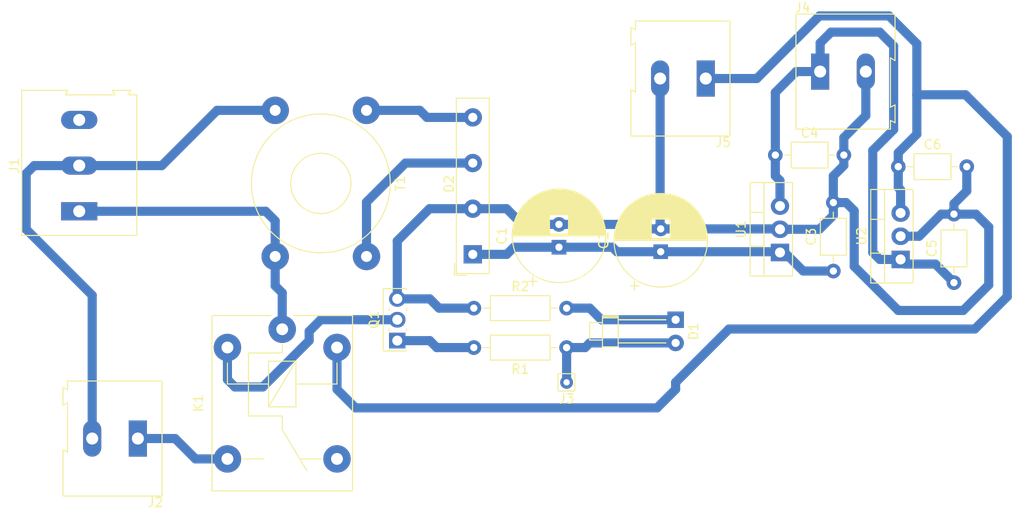
<source format=kicad_pcb>
(kicad_pcb (version 20171130) (host pcbnew "(5.1.6)-1")

  (general
    (thickness 1.6)
    (drawings 5)
    (tracks 131)
    (zones 0)
    (modules 20)
    (nets 16)
  )

  (page A4)
  (layers
    (0 F.Cu signal)
    (31 B.Cu signal)
    (32 B.Adhes user)
    (33 F.Adhes user)
    (34 B.Paste user)
    (35 F.Paste user)
    (36 B.SilkS user)
    (37 F.SilkS user)
    (38 B.Mask user)
    (39 F.Mask user)
    (40 Dwgs.User user)
    (41 Cmts.User user)
    (42 Eco1.User user)
    (43 Eco2.User user)
    (44 Edge.Cuts user)
    (45 Margin user)
    (46 B.CrtYd user)
    (47 F.CrtYd user)
    (48 B.Fab user)
    (49 F.Fab user)
  )

  (setup
    (last_trace_width 1)
    (trace_clearance 0.5)
    (zone_clearance 0.508)
    (zone_45_only no)
    (trace_min 0.2)
    (via_size 0.8)
    (via_drill 0.4)
    (via_min_size 0.4)
    (via_min_drill 0.3)
    (uvia_size 0.3)
    (uvia_drill 0.1)
    (uvias_allowed no)
    (uvia_min_size 0.2)
    (uvia_min_drill 0.1)
    (edge_width 0.05)
    (segment_width 0.2)
    (pcb_text_width 0.3)
    (pcb_text_size 1.5 1.5)
    (mod_edge_width 0.12)
    (mod_text_size 1 1)
    (mod_text_width 0.15)
    (pad_size 1.524 1.524)
    (pad_drill 0.762)
    (pad_to_mask_clearance 0.05)
    (aux_axis_origin 0 0)
    (visible_elements FFFFFF7F)
    (pcbplotparams
      (layerselection 0x010fc_ffffffff)
      (usegerberextensions false)
      (usegerberattributes true)
      (usegerberadvancedattributes true)
      (creategerberjobfile true)
      (excludeedgelayer true)
      (linewidth 0.100000)
      (plotframeref false)
      (viasonmask false)
      (mode 1)
      (useauxorigin false)
      (hpglpennumber 1)
      (hpglpenspeed 20)
      (hpglpendiameter 15.000000)
      (psnegative false)
      (psa4output false)
      (plotreference true)
      (plotvalue true)
      (plotinvisibletext false)
      (padsonsilk false)
      (subtractmaskfromsilk false)
      (outputformat 1)
      (mirror false)
      (drillshape 1)
      (scaleselection 1)
      (outputdirectory ""))
  )

  (net 0 "")
  (net 1 GND)
  (net 2 "Net-(C1-Pad1)")
  (net 3 "Net-(C4-Pad1)")
  (net 4 "Net-(C6-Pad1)")
  (net 5 "Net-(D1-Pad1)")
  (net 6 "Net-(D1-Pad2)")
  (net 7 "Net-(D2-Pad4)")
  (net 8 "Net-(D2-Pad3)")
  (net 9 "Net-(J1-Pad1)")
  (net 10 "Net-(J1-Pad2)")
  (net 11 "Net-(J1-Pad3)")
  (net 12 "Net-(J2-Pad1)")
  (net 13 "Net-(K1-PadA1)")
  (net 14 "Net-(K1-Pad12)")
  (net 15 "Net-(Q1-Pad1)")

  (net_class Default "This is the default net class."
    (clearance 0.5)
    (trace_width 1)
    (via_dia 0.8)
    (via_drill 0.4)
    (uvia_dia 0.3)
    (uvia_drill 0.1)
    (add_net GND)
    (add_net "Net-(C1-Pad1)")
    (add_net "Net-(C4-Pad1)")
    (add_net "Net-(C6-Pad1)")
    (add_net "Net-(D1-Pad1)")
    (add_net "Net-(D1-Pad2)")
    (add_net "Net-(D2-Pad3)")
    (add_net "Net-(D2-Pad4)")
    (add_net "Net-(J1-Pad1)")
    (add_net "Net-(J1-Pad2)")
    (add_net "Net-(J1-Pad3)")
    (add_net "Net-(J2-Pad1)")
    (add_net "Net-(K1-Pad12)")
    (add_net "Net-(K1-PadA1)")
    (add_net "Net-(Q1-Pad1)")
  )

  (module Capacitor_THT:CP_Radial_D10.0mm_P2.50mm (layer F.Cu) (tedit 5AE50EF1) (tstamp 5EDC6A70)
    (at 73.08 39.05 90)
    (descr "CP, Radial series, Radial, pin pitch=2.50mm, , diameter=10mm, Electrolytic Capacitor")
    (tags "CP Radial series Radial pin pitch 2.50mm  diameter 10mm Electrolytic Capacitor")
    (path /5EDCACC8)
    (fp_text reference C1 (at 1.25 -6.25 90) (layer F.SilkS)
      (effects (font (size 1 1) (thickness 0.15)))
    )
    (fp_text value "4700uF 50V" (at 1.25 6.25 90) (layer F.Fab)
      (effects (font (size 1 1) (thickness 0.15)))
    )
    (fp_text user %R (at 1.25 0 90) (layer F.Fab)
      (effects (font (size 1 1) (thickness 0.15)))
    )
    (fp_circle (center 1.25 0) (end 6.25 0) (layer F.Fab) (width 0.1))
    (fp_circle (center 1.25 0) (end 6.37 0) (layer F.SilkS) (width 0.12))
    (fp_circle (center 1.25 0) (end 6.5 0) (layer F.CrtYd) (width 0.05))
    (fp_line (start -3.038861 -2.1875) (end -2.038861 -2.1875) (layer F.Fab) (width 0.1))
    (fp_line (start -2.538861 -2.6875) (end -2.538861 -1.6875) (layer F.Fab) (width 0.1))
    (fp_line (start 1.25 -5.08) (end 1.25 5.08) (layer F.SilkS) (width 0.12))
    (fp_line (start 1.29 -5.08) (end 1.29 5.08) (layer F.SilkS) (width 0.12))
    (fp_line (start 1.33 -5.08) (end 1.33 5.08) (layer F.SilkS) (width 0.12))
    (fp_line (start 1.37 -5.079) (end 1.37 5.079) (layer F.SilkS) (width 0.12))
    (fp_line (start 1.41 -5.078) (end 1.41 5.078) (layer F.SilkS) (width 0.12))
    (fp_line (start 1.45 -5.077) (end 1.45 5.077) (layer F.SilkS) (width 0.12))
    (fp_line (start 1.49 -5.075) (end 1.49 -1.04) (layer F.SilkS) (width 0.12))
    (fp_line (start 1.49 1.04) (end 1.49 5.075) (layer F.SilkS) (width 0.12))
    (fp_line (start 1.53 -5.073) (end 1.53 -1.04) (layer F.SilkS) (width 0.12))
    (fp_line (start 1.53 1.04) (end 1.53 5.073) (layer F.SilkS) (width 0.12))
    (fp_line (start 1.57 -5.07) (end 1.57 -1.04) (layer F.SilkS) (width 0.12))
    (fp_line (start 1.57 1.04) (end 1.57 5.07) (layer F.SilkS) (width 0.12))
    (fp_line (start 1.61 -5.068) (end 1.61 -1.04) (layer F.SilkS) (width 0.12))
    (fp_line (start 1.61 1.04) (end 1.61 5.068) (layer F.SilkS) (width 0.12))
    (fp_line (start 1.65 -5.065) (end 1.65 -1.04) (layer F.SilkS) (width 0.12))
    (fp_line (start 1.65 1.04) (end 1.65 5.065) (layer F.SilkS) (width 0.12))
    (fp_line (start 1.69 -5.062) (end 1.69 -1.04) (layer F.SilkS) (width 0.12))
    (fp_line (start 1.69 1.04) (end 1.69 5.062) (layer F.SilkS) (width 0.12))
    (fp_line (start 1.73 -5.058) (end 1.73 -1.04) (layer F.SilkS) (width 0.12))
    (fp_line (start 1.73 1.04) (end 1.73 5.058) (layer F.SilkS) (width 0.12))
    (fp_line (start 1.77 -5.054) (end 1.77 -1.04) (layer F.SilkS) (width 0.12))
    (fp_line (start 1.77 1.04) (end 1.77 5.054) (layer F.SilkS) (width 0.12))
    (fp_line (start 1.81 -5.05) (end 1.81 -1.04) (layer F.SilkS) (width 0.12))
    (fp_line (start 1.81 1.04) (end 1.81 5.05) (layer F.SilkS) (width 0.12))
    (fp_line (start 1.85 -5.045) (end 1.85 -1.04) (layer F.SilkS) (width 0.12))
    (fp_line (start 1.85 1.04) (end 1.85 5.045) (layer F.SilkS) (width 0.12))
    (fp_line (start 1.89 -5.04) (end 1.89 -1.04) (layer F.SilkS) (width 0.12))
    (fp_line (start 1.89 1.04) (end 1.89 5.04) (layer F.SilkS) (width 0.12))
    (fp_line (start 1.93 -5.035) (end 1.93 -1.04) (layer F.SilkS) (width 0.12))
    (fp_line (start 1.93 1.04) (end 1.93 5.035) (layer F.SilkS) (width 0.12))
    (fp_line (start 1.971 -5.03) (end 1.971 -1.04) (layer F.SilkS) (width 0.12))
    (fp_line (start 1.971 1.04) (end 1.971 5.03) (layer F.SilkS) (width 0.12))
    (fp_line (start 2.011 -5.024) (end 2.011 -1.04) (layer F.SilkS) (width 0.12))
    (fp_line (start 2.011 1.04) (end 2.011 5.024) (layer F.SilkS) (width 0.12))
    (fp_line (start 2.051 -5.018) (end 2.051 -1.04) (layer F.SilkS) (width 0.12))
    (fp_line (start 2.051 1.04) (end 2.051 5.018) (layer F.SilkS) (width 0.12))
    (fp_line (start 2.091 -5.011) (end 2.091 -1.04) (layer F.SilkS) (width 0.12))
    (fp_line (start 2.091 1.04) (end 2.091 5.011) (layer F.SilkS) (width 0.12))
    (fp_line (start 2.131 -5.004) (end 2.131 -1.04) (layer F.SilkS) (width 0.12))
    (fp_line (start 2.131 1.04) (end 2.131 5.004) (layer F.SilkS) (width 0.12))
    (fp_line (start 2.171 -4.997) (end 2.171 -1.04) (layer F.SilkS) (width 0.12))
    (fp_line (start 2.171 1.04) (end 2.171 4.997) (layer F.SilkS) (width 0.12))
    (fp_line (start 2.211 -4.99) (end 2.211 -1.04) (layer F.SilkS) (width 0.12))
    (fp_line (start 2.211 1.04) (end 2.211 4.99) (layer F.SilkS) (width 0.12))
    (fp_line (start 2.251 -4.982) (end 2.251 -1.04) (layer F.SilkS) (width 0.12))
    (fp_line (start 2.251 1.04) (end 2.251 4.982) (layer F.SilkS) (width 0.12))
    (fp_line (start 2.291 -4.974) (end 2.291 -1.04) (layer F.SilkS) (width 0.12))
    (fp_line (start 2.291 1.04) (end 2.291 4.974) (layer F.SilkS) (width 0.12))
    (fp_line (start 2.331 -4.965) (end 2.331 -1.04) (layer F.SilkS) (width 0.12))
    (fp_line (start 2.331 1.04) (end 2.331 4.965) (layer F.SilkS) (width 0.12))
    (fp_line (start 2.371 -4.956) (end 2.371 -1.04) (layer F.SilkS) (width 0.12))
    (fp_line (start 2.371 1.04) (end 2.371 4.956) (layer F.SilkS) (width 0.12))
    (fp_line (start 2.411 -4.947) (end 2.411 -1.04) (layer F.SilkS) (width 0.12))
    (fp_line (start 2.411 1.04) (end 2.411 4.947) (layer F.SilkS) (width 0.12))
    (fp_line (start 2.451 -4.938) (end 2.451 -1.04) (layer F.SilkS) (width 0.12))
    (fp_line (start 2.451 1.04) (end 2.451 4.938) (layer F.SilkS) (width 0.12))
    (fp_line (start 2.491 -4.928) (end 2.491 -1.04) (layer F.SilkS) (width 0.12))
    (fp_line (start 2.491 1.04) (end 2.491 4.928) (layer F.SilkS) (width 0.12))
    (fp_line (start 2.531 -4.918) (end 2.531 -1.04) (layer F.SilkS) (width 0.12))
    (fp_line (start 2.531 1.04) (end 2.531 4.918) (layer F.SilkS) (width 0.12))
    (fp_line (start 2.571 -4.907) (end 2.571 -1.04) (layer F.SilkS) (width 0.12))
    (fp_line (start 2.571 1.04) (end 2.571 4.907) (layer F.SilkS) (width 0.12))
    (fp_line (start 2.611 -4.897) (end 2.611 -1.04) (layer F.SilkS) (width 0.12))
    (fp_line (start 2.611 1.04) (end 2.611 4.897) (layer F.SilkS) (width 0.12))
    (fp_line (start 2.651 -4.885) (end 2.651 -1.04) (layer F.SilkS) (width 0.12))
    (fp_line (start 2.651 1.04) (end 2.651 4.885) (layer F.SilkS) (width 0.12))
    (fp_line (start 2.691 -4.874) (end 2.691 -1.04) (layer F.SilkS) (width 0.12))
    (fp_line (start 2.691 1.04) (end 2.691 4.874) (layer F.SilkS) (width 0.12))
    (fp_line (start 2.731 -4.862) (end 2.731 -1.04) (layer F.SilkS) (width 0.12))
    (fp_line (start 2.731 1.04) (end 2.731 4.862) (layer F.SilkS) (width 0.12))
    (fp_line (start 2.771 -4.85) (end 2.771 -1.04) (layer F.SilkS) (width 0.12))
    (fp_line (start 2.771 1.04) (end 2.771 4.85) (layer F.SilkS) (width 0.12))
    (fp_line (start 2.811 -4.837) (end 2.811 -1.04) (layer F.SilkS) (width 0.12))
    (fp_line (start 2.811 1.04) (end 2.811 4.837) (layer F.SilkS) (width 0.12))
    (fp_line (start 2.851 -4.824) (end 2.851 -1.04) (layer F.SilkS) (width 0.12))
    (fp_line (start 2.851 1.04) (end 2.851 4.824) (layer F.SilkS) (width 0.12))
    (fp_line (start 2.891 -4.811) (end 2.891 -1.04) (layer F.SilkS) (width 0.12))
    (fp_line (start 2.891 1.04) (end 2.891 4.811) (layer F.SilkS) (width 0.12))
    (fp_line (start 2.931 -4.797) (end 2.931 -1.04) (layer F.SilkS) (width 0.12))
    (fp_line (start 2.931 1.04) (end 2.931 4.797) (layer F.SilkS) (width 0.12))
    (fp_line (start 2.971 -4.783) (end 2.971 -1.04) (layer F.SilkS) (width 0.12))
    (fp_line (start 2.971 1.04) (end 2.971 4.783) (layer F.SilkS) (width 0.12))
    (fp_line (start 3.011 -4.768) (end 3.011 -1.04) (layer F.SilkS) (width 0.12))
    (fp_line (start 3.011 1.04) (end 3.011 4.768) (layer F.SilkS) (width 0.12))
    (fp_line (start 3.051 -4.754) (end 3.051 -1.04) (layer F.SilkS) (width 0.12))
    (fp_line (start 3.051 1.04) (end 3.051 4.754) (layer F.SilkS) (width 0.12))
    (fp_line (start 3.091 -4.738) (end 3.091 -1.04) (layer F.SilkS) (width 0.12))
    (fp_line (start 3.091 1.04) (end 3.091 4.738) (layer F.SilkS) (width 0.12))
    (fp_line (start 3.131 -4.723) (end 3.131 -1.04) (layer F.SilkS) (width 0.12))
    (fp_line (start 3.131 1.04) (end 3.131 4.723) (layer F.SilkS) (width 0.12))
    (fp_line (start 3.171 -4.707) (end 3.171 -1.04) (layer F.SilkS) (width 0.12))
    (fp_line (start 3.171 1.04) (end 3.171 4.707) (layer F.SilkS) (width 0.12))
    (fp_line (start 3.211 -4.69) (end 3.211 -1.04) (layer F.SilkS) (width 0.12))
    (fp_line (start 3.211 1.04) (end 3.211 4.69) (layer F.SilkS) (width 0.12))
    (fp_line (start 3.251 -4.674) (end 3.251 -1.04) (layer F.SilkS) (width 0.12))
    (fp_line (start 3.251 1.04) (end 3.251 4.674) (layer F.SilkS) (width 0.12))
    (fp_line (start 3.291 -4.657) (end 3.291 -1.04) (layer F.SilkS) (width 0.12))
    (fp_line (start 3.291 1.04) (end 3.291 4.657) (layer F.SilkS) (width 0.12))
    (fp_line (start 3.331 -4.639) (end 3.331 -1.04) (layer F.SilkS) (width 0.12))
    (fp_line (start 3.331 1.04) (end 3.331 4.639) (layer F.SilkS) (width 0.12))
    (fp_line (start 3.371 -4.621) (end 3.371 -1.04) (layer F.SilkS) (width 0.12))
    (fp_line (start 3.371 1.04) (end 3.371 4.621) (layer F.SilkS) (width 0.12))
    (fp_line (start 3.411 -4.603) (end 3.411 -1.04) (layer F.SilkS) (width 0.12))
    (fp_line (start 3.411 1.04) (end 3.411 4.603) (layer F.SilkS) (width 0.12))
    (fp_line (start 3.451 -4.584) (end 3.451 -1.04) (layer F.SilkS) (width 0.12))
    (fp_line (start 3.451 1.04) (end 3.451 4.584) (layer F.SilkS) (width 0.12))
    (fp_line (start 3.491 -4.564) (end 3.491 -1.04) (layer F.SilkS) (width 0.12))
    (fp_line (start 3.491 1.04) (end 3.491 4.564) (layer F.SilkS) (width 0.12))
    (fp_line (start 3.531 -4.545) (end 3.531 -1.04) (layer F.SilkS) (width 0.12))
    (fp_line (start 3.531 1.04) (end 3.531 4.545) (layer F.SilkS) (width 0.12))
    (fp_line (start 3.571 -4.525) (end 3.571 4.525) (layer F.SilkS) (width 0.12))
    (fp_line (start 3.611 -4.504) (end 3.611 4.504) (layer F.SilkS) (width 0.12))
    (fp_line (start 3.651 -4.483) (end 3.651 4.483) (layer F.SilkS) (width 0.12))
    (fp_line (start 3.691 -4.462) (end 3.691 4.462) (layer F.SilkS) (width 0.12))
    (fp_line (start 3.731 -4.44) (end 3.731 4.44) (layer F.SilkS) (width 0.12))
    (fp_line (start 3.771 -4.417) (end 3.771 4.417) (layer F.SilkS) (width 0.12))
    (fp_line (start 3.811 -4.395) (end 3.811 4.395) (layer F.SilkS) (width 0.12))
    (fp_line (start 3.851 -4.371) (end 3.851 4.371) (layer F.SilkS) (width 0.12))
    (fp_line (start 3.891 -4.347) (end 3.891 4.347) (layer F.SilkS) (width 0.12))
    (fp_line (start 3.931 -4.323) (end 3.931 4.323) (layer F.SilkS) (width 0.12))
    (fp_line (start 3.971 -4.298) (end 3.971 4.298) (layer F.SilkS) (width 0.12))
    (fp_line (start 4.011 -4.273) (end 4.011 4.273) (layer F.SilkS) (width 0.12))
    (fp_line (start 4.051 -4.247) (end 4.051 4.247) (layer F.SilkS) (width 0.12))
    (fp_line (start 4.091 -4.221) (end 4.091 4.221) (layer F.SilkS) (width 0.12))
    (fp_line (start 4.131 -4.194) (end 4.131 4.194) (layer F.SilkS) (width 0.12))
    (fp_line (start 4.171 -4.166) (end 4.171 4.166) (layer F.SilkS) (width 0.12))
    (fp_line (start 4.211 -4.138) (end 4.211 4.138) (layer F.SilkS) (width 0.12))
    (fp_line (start 4.251 -4.11) (end 4.251 4.11) (layer F.SilkS) (width 0.12))
    (fp_line (start 4.291 -4.08) (end 4.291 4.08) (layer F.SilkS) (width 0.12))
    (fp_line (start 4.331 -4.05) (end 4.331 4.05) (layer F.SilkS) (width 0.12))
    (fp_line (start 4.371 -4.02) (end 4.371 4.02) (layer F.SilkS) (width 0.12))
    (fp_line (start 4.411 -3.989) (end 4.411 3.989) (layer F.SilkS) (width 0.12))
    (fp_line (start 4.451 -3.957) (end 4.451 3.957) (layer F.SilkS) (width 0.12))
    (fp_line (start 4.491 -3.925) (end 4.491 3.925) (layer F.SilkS) (width 0.12))
    (fp_line (start 4.531 -3.892) (end 4.531 3.892) (layer F.SilkS) (width 0.12))
    (fp_line (start 4.571 -3.858) (end 4.571 3.858) (layer F.SilkS) (width 0.12))
    (fp_line (start 4.611 -3.824) (end 4.611 3.824) (layer F.SilkS) (width 0.12))
    (fp_line (start 4.651 -3.789) (end 4.651 3.789) (layer F.SilkS) (width 0.12))
    (fp_line (start 4.691 -3.753) (end 4.691 3.753) (layer F.SilkS) (width 0.12))
    (fp_line (start 4.731 -3.716) (end 4.731 3.716) (layer F.SilkS) (width 0.12))
    (fp_line (start 4.771 -3.679) (end 4.771 3.679) (layer F.SilkS) (width 0.12))
    (fp_line (start 4.811 -3.64) (end 4.811 3.64) (layer F.SilkS) (width 0.12))
    (fp_line (start 4.851 -3.601) (end 4.851 3.601) (layer F.SilkS) (width 0.12))
    (fp_line (start 4.891 -3.561) (end 4.891 3.561) (layer F.SilkS) (width 0.12))
    (fp_line (start 4.931 -3.52) (end 4.931 3.52) (layer F.SilkS) (width 0.12))
    (fp_line (start 4.971 -3.478) (end 4.971 3.478) (layer F.SilkS) (width 0.12))
    (fp_line (start 5.011 -3.436) (end 5.011 3.436) (layer F.SilkS) (width 0.12))
    (fp_line (start 5.051 -3.392) (end 5.051 3.392) (layer F.SilkS) (width 0.12))
    (fp_line (start 5.091 -3.347) (end 5.091 3.347) (layer F.SilkS) (width 0.12))
    (fp_line (start 5.131 -3.301) (end 5.131 3.301) (layer F.SilkS) (width 0.12))
    (fp_line (start 5.171 -3.254) (end 5.171 3.254) (layer F.SilkS) (width 0.12))
    (fp_line (start 5.211 -3.206) (end 5.211 3.206) (layer F.SilkS) (width 0.12))
    (fp_line (start 5.251 -3.156) (end 5.251 3.156) (layer F.SilkS) (width 0.12))
    (fp_line (start 5.291 -3.106) (end 5.291 3.106) (layer F.SilkS) (width 0.12))
    (fp_line (start 5.331 -3.054) (end 5.331 3.054) (layer F.SilkS) (width 0.12))
    (fp_line (start 5.371 -3) (end 5.371 3) (layer F.SilkS) (width 0.12))
    (fp_line (start 5.411 -2.945) (end 5.411 2.945) (layer F.SilkS) (width 0.12))
    (fp_line (start 5.451 -2.889) (end 5.451 2.889) (layer F.SilkS) (width 0.12))
    (fp_line (start 5.491 -2.83) (end 5.491 2.83) (layer F.SilkS) (width 0.12))
    (fp_line (start 5.531 -2.77) (end 5.531 2.77) (layer F.SilkS) (width 0.12))
    (fp_line (start 5.571 -2.709) (end 5.571 2.709) (layer F.SilkS) (width 0.12))
    (fp_line (start 5.611 -2.645) (end 5.611 2.645) (layer F.SilkS) (width 0.12))
    (fp_line (start 5.651 -2.579) (end 5.651 2.579) (layer F.SilkS) (width 0.12))
    (fp_line (start 5.691 -2.51) (end 5.691 2.51) (layer F.SilkS) (width 0.12))
    (fp_line (start 5.731 -2.439) (end 5.731 2.439) (layer F.SilkS) (width 0.12))
    (fp_line (start 5.771 -2.365) (end 5.771 2.365) (layer F.SilkS) (width 0.12))
    (fp_line (start 5.811 -2.289) (end 5.811 2.289) (layer F.SilkS) (width 0.12))
    (fp_line (start 5.851 -2.209) (end 5.851 2.209) (layer F.SilkS) (width 0.12))
    (fp_line (start 5.891 -2.125) (end 5.891 2.125) (layer F.SilkS) (width 0.12))
    (fp_line (start 5.931 -2.037) (end 5.931 2.037) (layer F.SilkS) (width 0.12))
    (fp_line (start 5.971 -1.944) (end 5.971 1.944) (layer F.SilkS) (width 0.12))
    (fp_line (start 6.011 -1.846) (end 6.011 1.846) (layer F.SilkS) (width 0.12))
    (fp_line (start 6.051 -1.742) (end 6.051 1.742) (layer F.SilkS) (width 0.12))
    (fp_line (start 6.091 -1.63) (end 6.091 1.63) (layer F.SilkS) (width 0.12))
    (fp_line (start 6.131 -1.51) (end 6.131 1.51) (layer F.SilkS) (width 0.12))
    (fp_line (start 6.171 -1.378) (end 6.171 1.378) (layer F.SilkS) (width 0.12))
    (fp_line (start 6.211 -1.23) (end 6.211 1.23) (layer F.SilkS) (width 0.12))
    (fp_line (start 6.251 -1.062) (end 6.251 1.062) (layer F.SilkS) (width 0.12))
    (fp_line (start 6.291 -0.862) (end 6.291 0.862) (layer F.SilkS) (width 0.12))
    (fp_line (start 6.331 -0.599) (end 6.331 0.599) (layer F.SilkS) (width 0.12))
    (fp_line (start -4.229646 -2.875) (end -3.229646 -2.875) (layer F.SilkS) (width 0.12))
    (fp_line (start -3.729646 -3.375) (end -3.729646 -2.375) (layer F.SilkS) (width 0.12))
    (pad 2 thru_hole circle (at 2.5 0 90) (size 1.6 1.6) (drill 0.8) (layers *.Cu *.Mask)
      (net 1 GND))
    (pad 1 thru_hole rect (at 0 0 90) (size 1.6 1.6) (drill 0.8) (layers *.Cu *.Mask)
      (net 2 "Net-(C1-Pad1)"))
    (model ${KISYS3DMOD}/Capacitor_THT.3dshapes/CP_Radial_D10.0mm_P2.50mm.wrl
      (at (xyz 0 0 0))
      (scale (xyz 1 1 1))
      (rotate (xyz 0 0 0))
    )
  )

  (module Capacitor_THT:CP_Radial_D10.0mm_P2.50mm (layer F.Cu) (tedit 5AE50EF1) (tstamp 5EDC6B32)
    (at 84.22 39.54 90)
    (descr "CP, Radial series, Radial, pin pitch=2.50mm, , diameter=10mm, Electrolytic Capacitor")
    (tags "CP Radial series Radial pin pitch 2.50mm  diameter 10mm Electrolytic Capacitor")
    (path /5EDCB46B)
    (fp_text reference C2 (at 1.25 -6.25 90) (layer F.SilkS)
      (effects (font (size 1 1) (thickness 0.15)))
    )
    (fp_text value "2200uF 50V" (at 1.25 6.25 90) (layer F.Fab)
      (effects (font (size 1 1) (thickness 0.15)))
    )
    (fp_line (start -3.729646 -3.375) (end -3.729646 -2.375) (layer F.SilkS) (width 0.12))
    (fp_line (start -4.229646 -2.875) (end -3.229646 -2.875) (layer F.SilkS) (width 0.12))
    (fp_line (start 6.331 -0.599) (end 6.331 0.599) (layer F.SilkS) (width 0.12))
    (fp_line (start 6.291 -0.862) (end 6.291 0.862) (layer F.SilkS) (width 0.12))
    (fp_line (start 6.251 -1.062) (end 6.251 1.062) (layer F.SilkS) (width 0.12))
    (fp_line (start 6.211 -1.23) (end 6.211 1.23) (layer F.SilkS) (width 0.12))
    (fp_line (start 6.171 -1.378) (end 6.171 1.378) (layer F.SilkS) (width 0.12))
    (fp_line (start 6.131 -1.51) (end 6.131 1.51) (layer F.SilkS) (width 0.12))
    (fp_line (start 6.091 -1.63) (end 6.091 1.63) (layer F.SilkS) (width 0.12))
    (fp_line (start 6.051 -1.742) (end 6.051 1.742) (layer F.SilkS) (width 0.12))
    (fp_line (start 6.011 -1.846) (end 6.011 1.846) (layer F.SilkS) (width 0.12))
    (fp_line (start 5.971 -1.944) (end 5.971 1.944) (layer F.SilkS) (width 0.12))
    (fp_line (start 5.931 -2.037) (end 5.931 2.037) (layer F.SilkS) (width 0.12))
    (fp_line (start 5.891 -2.125) (end 5.891 2.125) (layer F.SilkS) (width 0.12))
    (fp_line (start 5.851 -2.209) (end 5.851 2.209) (layer F.SilkS) (width 0.12))
    (fp_line (start 5.811 -2.289) (end 5.811 2.289) (layer F.SilkS) (width 0.12))
    (fp_line (start 5.771 -2.365) (end 5.771 2.365) (layer F.SilkS) (width 0.12))
    (fp_line (start 5.731 -2.439) (end 5.731 2.439) (layer F.SilkS) (width 0.12))
    (fp_line (start 5.691 -2.51) (end 5.691 2.51) (layer F.SilkS) (width 0.12))
    (fp_line (start 5.651 -2.579) (end 5.651 2.579) (layer F.SilkS) (width 0.12))
    (fp_line (start 5.611 -2.645) (end 5.611 2.645) (layer F.SilkS) (width 0.12))
    (fp_line (start 5.571 -2.709) (end 5.571 2.709) (layer F.SilkS) (width 0.12))
    (fp_line (start 5.531 -2.77) (end 5.531 2.77) (layer F.SilkS) (width 0.12))
    (fp_line (start 5.491 -2.83) (end 5.491 2.83) (layer F.SilkS) (width 0.12))
    (fp_line (start 5.451 -2.889) (end 5.451 2.889) (layer F.SilkS) (width 0.12))
    (fp_line (start 5.411 -2.945) (end 5.411 2.945) (layer F.SilkS) (width 0.12))
    (fp_line (start 5.371 -3) (end 5.371 3) (layer F.SilkS) (width 0.12))
    (fp_line (start 5.331 -3.054) (end 5.331 3.054) (layer F.SilkS) (width 0.12))
    (fp_line (start 5.291 -3.106) (end 5.291 3.106) (layer F.SilkS) (width 0.12))
    (fp_line (start 5.251 -3.156) (end 5.251 3.156) (layer F.SilkS) (width 0.12))
    (fp_line (start 5.211 -3.206) (end 5.211 3.206) (layer F.SilkS) (width 0.12))
    (fp_line (start 5.171 -3.254) (end 5.171 3.254) (layer F.SilkS) (width 0.12))
    (fp_line (start 5.131 -3.301) (end 5.131 3.301) (layer F.SilkS) (width 0.12))
    (fp_line (start 5.091 -3.347) (end 5.091 3.347) (layer F.SilkS) (width 0.12))
    (fp_line (start 5.051 -3.392) (end 5.051 3.392) (layer F.SilkS) (width 0.12))
    (fp_line (start 5.011 -3.436) (end 5.011 3.436) (layer F.SilkS) (width 0.12))
    (fp_line (start 4.971 -3.478) (end 4.971 3.478) (layer F.SilkS) (width 0.12))
    (fp_line (start 4.931 -3.52) (end 4.931 3.52) (layer F.SilkS) (width 0.12))
    (fp_line (start 4.891 -3.561) (end 4.891 3.561) (layer F.SilkS) (width 0.12))
    (fp_line (start 4.851 -3.601) (end 4.851 3.601) (layer F.SilkS) (width 0.12))
    (fp_line (start 4.811 -3.64) (end 4.811 3.64) (layer F.SilkS) (width 0.12))
    (fp_line (start 4.771 -3.679) (end 4.771 3.679) (layer F.SilkS) (width 0.12))
    (fp_line (start 4.731 -3.716) (end 4.731 3.716) (layer F.SilkS) (width 0.12))
    (fp_line (start 4.691 -3.753) (end 4.691 3.753) (layer F.SilkS) (width 0.12))
    (fp_line (start 4.651 -3.789) (end 4.651 3.789) (layer F.SilkS) (width 0.12))
    (fp_line (start 4.611 -3.824) (end 4.611 3.824) (layer F.SilkS) (width 0.12))
    (fp_line (start 4.571 -3.858) (end 4.571 3.858) (layer F.SilkS) (width 0.12))
    (fp_line (start 4.531 -3.892) (end 4.531 3.892) (layer F.SilkS) (width 0.12))
    (fp_line (start 4.491 -3.925) (end 4.491 3.925) (layer F.SilkS) (width 0.12))
    (fp_line (start 4.451 -3.957) (end 4.451 3.957) (layer F.SilkS) (width 0.12))
    (fp_line (start 4.411 -3.989) (end 4.411 3.989) (layer F.SilkS) (width 0.12))
    (fp_line (start 4.371 -4.02) (end 4.371 4.02) (layer F.SilkS) (width 0.12))
    (fp_line (start 4.331 -4.05) (end 4.331 4.05) (layer F.SilkS) (width 0.12))
    (fp_line (start 4.291 -4.08) (end 4.291 4.08) (layer F.SilkS) (width 0.12))
    (fp_line (start 4.251 -4.11) (end 4.251 4.11) (layer F.SilkS) (width 0.12))
    (fp_line (start 4.211 -4.138) (end 4.211 4.138) (layer F.SilkS) (width 0.12))
    (fp_line (start 4.171 -4.166) (end 4.171 4.166) (layer F.SilkS) (width 0.12))
    (fp_line (start 4.131 -4.194) (end 4.131 4.194) (layer F.SilkS) (width 0.12))
    (fp_line (start 4.091 -4.221) (end 4.091 4.221) (layer F.SilkS) (width 0.12))
    (fp_line (start 4.051 -4.247) (end 4.051 4.247) (layer F.SilkS) (width 0.12))
    (fp_line (start 4.011 -4.273) (end 4.011 4.273) (layer F.SilkS) (width 0.12))
    (fp_line (start 3.971 -4.298) (end 3.971 4.298) (layer F.SilkS) (width 0.12))
    (fp_line (start 3.931 -4.323) (end 3.931 4.323) (layer F.SilkS) (width 0.12))
    (fp_line (start 3.891 -4.347) (end 3.891 4.347) (layer F.SilkS) (width 0.12))
    (fp_line (start 3.851 -4.371) (end 3.851 4.371) (layer F.SilkS) (width 0.12))
    (fp_line (start 3.811 -4.395) (end 3.811 4.395) (layer F.SilkS) (width 0.12))
    (fp_line (start 3.771 -4.417) (end 3.771 4.417) (layer F.SilkS) (width 0.12))
    (fp_line (start 3.731 -4.44) (end 3.731 4.44) (layer F.SilkS) (width 0.12))
    (fp_line (start 3.691 -4.462) (end 3.691 4.462) (layer F.SilkS) (width 0.12))
    (fp_line (start 3.651 -4.483) (end 3.651 4.483) (layer F.SilkS) (width 0.12))
    (fp_line (start 3.611 -4.504) (end 3.611 4.504) (layer F.SilkS) (width 0.12))
    (fp_line (start 3.571 -4.525) (end 3.571 4.525) (layer F.SilkS) (width 0.12))
    (fp_line (start 3.531 1.04) (end 3.531 4.545) (layer F.SilkS) (width 0.12))
    (fp_line (start 3.531 -4.545) (end 3.531 -1.04) (layer F.SilkS) (width 0.12))
    (fp_line (start 3.491 1.04) (end 3.491 4.564) (layer F.SilkS) (width 0.12))
    (fp_line (start 3.491 -4.564) (end 3.491 -1.04) (layer F.SilkS) (width 0.12))
    (fp_line (start 3.451 1.04) (end 3.451 4.584) (layer F.SilkS) (width 0.12))
    (fp_line (start 3.451 -4.584) (end 3.451 -1.04) (layer F.SilkS) (width 0.12))
    (fp_line (start 3.411 1.04) (end 3.411 4.603) (layer F.SilkS) (width 0.12))
    (fp_line (start 3.411 -4.603) (end 3.411 -1.04) (layer F.SilkS) (width 0.12))
    (fp_line (start 3.371 1.04) (end 3.371 4.621) (layer F.SilkS) (width 0.12))
    (fp_line (start 3.371 -4.621) (end 3.371 -1.04) (layer F.SilkS) (width 0.12))
    (fp_line (start 3.331 1.04) (end 3.331 4.639) (layer F.SilkS) (width 0.12))
    (fp_line (start 3.331 -4.639) (end 3.331 -1.04) (layer F.SilkS) (width 0.12))
    (fp_line (start 3.291 1.04) (end 3.291 4.657) (layer F.SilkS) (width 0.12))
    (fp_line (start 3.291 -4.657) (end 3.291 -1.04) (layer F.SilkS) (width 0.12))
    (fp_line (start 3.251 1.04) (end 3.251 4.674) (layer F.SilkS) (width 0.12))
    (fp_line (start 3.251 -4.674) (end 3.251 -1.04) (layer F.SilkS) (width 0.12))
    (fp_line (start 3.211 1.04) (end 3.211 4.69) (layer F.SilkS) (width 0.12))
    (fp_line (start 3.211 -4.69) (end 3.211 -1.04) (layer F.SilkS) (width 0.12))
    (fp_line (start 3.171 1.04) (end 3.171 4.707) (layer F.SilkS) (width 0.12))
    (fp_line (start 3.171 -4.707) (end 3.171 -1.04) (layer F.SilkS) (width 0.12))
    (fp_line (start 3.131 1.04) (end 3.131 4.723) (layer F.SilkS) (width 0.12))
    (fp_line (start 3.131 -4.723) (end 3.131 -1.04) (layer F.SilkS) (width 0.12))
    (fp_line (start 3.091 1.04) (end 3.091 4.738) (layer F.SilkS) (width 0.12))
    (fp_line (start 3.091 -4.738) (end 3.091 -1.04) (layer F.SilkS) (width 0.12))
    (fp_line (start 3.051 1.04) (end 3.051 4.754) (layer F.SilkS) (width 0.12))
    (fp_line (start 3.051 -4.754) (end 3.051 -1.04) (layer F.SilkS) (width 0.12))
    (fp_line (start 3.011 1.04) (end 3.011 4.768) (layer F.SilkS) (width 0.12))
    (fp_line (start 3.011 -4.768) (end 3.011 -1.04) (layer F.SilkS) (width 0.12))
    (fp_line (start 2.971 1.04) (end 2.971 4.783) (layer F.SilkS) (width 0.12))
    (fp_line (start 2.971 -4.783) (end 2.971 -1.04) (layer F.SilkS) (width 0.12))
    (fp_line (start 2.931 1.04) (end 2.931 4.797) (layer F.SilkS) (width 0.12))
    (fp_line (start 2.931 -4.797) (end 2.931 -1.04) (layer F.SilkS) (width 0.12))
    (fp_line (start 2.891 1.04) (end 2.891 4.811) (layer F.SilkS) (width 0.12))
    (fp_line (start 2.891 -4.811) (end 2.891 -1.04) (layer F.SilkS) (width 0.12))
    (fp_line (start 2.851 1.04) (end 2.851 4.824) (layer F.SilkS) (width 0.12))
    (fp_line (start 2.851 -4.824) (end 2.851 -1.04) (layer F.SilkS) (width 0.12))
    (fp_line (start 2.811 1.04) (end 2.811 4.837) (layer F.SilkS) (width 0.12))
    (fp_line (start 2.811 -4.837) (end 2.811 -1.04) (layer F.SilkS) (width 0.12))
    (fp_line (start 2.771 1.04) (end 2.771 4.85) (layer F.SilkS) (width 0.12))
    (fp_line (start 2.771 -4.85) (end 2.771 -1.04) (layer F.SilkS) (width 0.12))
    (fp_line (start 2.731 1.04) (end 2.731 4.862) (layer F.SilkS) (width 0.12))
    (fp_line (start 2.731 -4.862) (end 2.731 -1.04) (layer F.SilkS) (width 0.12))
    (fp_line (start 2.691 1.04) (end 2.691 4.874) (layer F.SilkS) (width 0.12))
    (fp_line (start 2.691 -4.874) (end 2.691 -1.04) (layer F.SilkS) (width 0.12))
    (fp_line (start 2.651 1.04) (end 2.651 4.885) (layer F.SilkS) (width 0.12))
    (fp_line (start 2.651 -4.885) (end 2.651 -1.04) (layer F.SilkS) (width 0.12))
    (fp_line (start 2.611 1.04) (end 2.611 4.897) (layer F.SilkS) (width 0.12))
    (fp_line (start 2.611 -4.897) (end 2.611 -1.04) (layer F.SilkS) (width 0.12))
    (fp_line (start 2.571 1.04) (end 2.571 4.907) (layer F.SilkS) (width 0.12))
    (fp_line (start 2.571 -4.907) (end 2.571 -1.04) (layer F.SilkS) (width 0.12))
    (fp_line (start 2.531 1.04) (end 2.531 4.918) (layer F.SilkS) (width 0.12))
    (fp_line (start 2.531 -4.918) (end 2.531 -1.04) (layer F.SilkS) (width 0.12))
    (fp_line (start 2.491 1.04) (end 2.491 4.928) (layer F.SilkS) (width 0.12))
    (fp_line (start 2.491 -4.928) (end 2.491 -1.04) (layer F.SilkS) (width 0.12))
    (fp_line (start 2.451 1.04) (end 2.451 4.938) (layer F.SilkS) (width 0.12))
    (fp_line (start 2.451 -4.938) (end 2.451 -1.04) (layer F.SilkS) (width 0.12))
    (fp_line (start 2.411 1.04) (end 2.411 4.947) (layer F.SilkS) (width 0.12))
    (fp_line (start 2.411 -4.947) (end 2.411 -1.04) (layer F.SilkS) (width 0.12))
    (fp_line (start 2.371 1.04) (end 2.371 4.956) (layer F.SilkS) (width 0.12))
    (fp_line (start 2.371 -4.956) (end 2.371 -1.04) (layer F.SilkS) (width 0.12))
    (fp_line (start 2.331 1.04) (end 2.331 4.965) (layer F.SilkS) (width 0.12))
    (fp_line (start 2.331 -4.965) (end 2.331 -1.04) (layer F.SilkS) (width 0.12))
    (fp_line (start 2.291 1.04) (end 2.291 4.974) (layer F.SilkS) (width 0.12))
    (fp_line (start 2.291 -4.974) (end 2.291 -1.04) (layer F.SilkS) (width 0.12))
    (fp_line (start 2.251 1.04) (end 2.251 4.982) (layer F.SilkS) (width 0.12))
    (fp_line (start 2.251 -4.982) (end 2.251 -1.04) (layer F.SilkS) (width 0.12))
    (fp_line (start 2.211 1.04) (end 2.211 4.99) (layer F.SilkS) (width 0.12))
    (fp_line (start 2.211 -4.99) (end 2.211 -1.04) (layer F.SilkS) (width 0.12))
    (fp_line (start 2.171 1.04) (end 2.171 4.997) (layer F.SilkS) (width 0.12))
    (fp_line (start 2.171 -4.997) (end 2.171 -1.04) (layer F.SilkS) (width 0.12))
    (fp_line (start 2.131 1.04) (end 2.131 5.004) (layer F.SilkS) (width 0.12))
    (fp_line (start 2.131 -5.004) (end 2.131 -1.04) (layer F.SilkS) (width 0.12))
    (fp_line (start 2.091 1.04) (end 2.091 5.011) (layer F.SilkS) (width 0.12))
    (fp_line (start 2.091 -5.011) (end 2.091 -1.04) (layer F.SilkS) (width 0.12))
    (fp_line (start 2.051 1.04) (end 2.051 5.018) (layer F.SilkS) (width 0.12))
    (fp_line (start 2.051 -5.018) (end 2.051 -1.04) (layer F.SilkS) (width 0.12))
    (fp_line (start 2.011 1.04) (end 2.011 5.024) (layer F.SilkS) (width 0.12))
    (fp_line (start 2.011 -5.024) (end 2.011 -1.04) (layer F.SilkS) (width 0.12))
    (fp_line (start 1.971 1.04) (end 1.971 5.03) (layer F.SilkS) (width 0.12))
    (fp_line (start 1.971 -5.03) (end 1.971 -1.04) (layer F.SilkS) (width 0.12))
    (fp_line (start 1.93 1.04) (end 1.93 5.035) (layer F.SilkS) (width 0.12))
    (fp_line (start 1.93 -5.035) (end 1.93 -1.04) (layer F.SilkS) (width 0.12))
    (fp_line (start 1.89 1.04) (end 1.89 5.04) (layer F.SilkS) (width 0.12))
    (fp_line (start 1.89 -5.04) (end 1.89 -1.04) (layer F.SilkS) (width 0.12))
    (fp_line (start 1.85 1.04) (end 1.85 5.045) (layer F.SilkS) (width 0.12))
    (fp_line (start 1.85 -5.045) (end 1.85 -1.04) (layer F.SilkS) (width 0.12))
    (fp_line (start 1.81 1.04) (end 1.81 5.05) (layer F.SilkS) (width 0.12))
    (fp_line (start 1.81 -5.05) (end 1.81 -1.04) (layer F.SilkS) (width 0.12))
    (fp_line (start 1.77 1.04) (end 1.77 5.054) (layer F.SilkS) (width 0.12))
    (fp_line (start 1.77 -5.054) (end 1.77 -1.04) (layer F.SilkS) (width 0.12))
    (fp_line (start 1.73 1.04) (end 1.73 5.058) (layer F.SilkS) (width 0.12))
    (fp_line (start 1.73 -5.058) (end 1.73 -1.04) (layer F.SilkS) (width 0.12))
    (fp_line (start 1.69 1.04) (end 1.69 5.062) (layer F.SilkS) (width 0.12))
    (fp_line (start 1.69 -5.062) (end 1.69 -1.04) (layer F.SilkS) (width 0.12))
    (fp_line (start 1.65 1.04) (end 1.65 5.065) (layer F.SilkS) (width 0.12))
    (fp_line (start 1.65 -5.065) (end 1.65 -1.04) (layer F.SilkS) (width 0.12))
    (fp_line (start 1.61 1.04) (end 1.61 5.068) (layer F.SilkS) (width 0.12))
    (fp_line (start 1.61 -5.068) (end 1.61 -1.04) (layer F.SilkS) (width 0.12))
    (fp_line (start 1.57 1.04) (end 1.57 5.07) (layer F.SilkS) (width 0.12))
    (fp_line (start 1.57 -5.07) (end 1.57 -1.04) (layer F.SilkS) (width 0.12))
    (fp_line (start 1.53 1.04) (end 1.53 5.073) (layer F.SilkS) (width 0.12))
    (fp_line (start 1.53 -5.073) (end 1.53 -1.04) (layer F.SilkS) (width 0.12))
    (fp_line (start 1.49 1.04) (end 1.49 5.075) (layer F.SilkS) (width 0.12))
    (fp_line (start 1.49 -5.075) (end 1.49 -1.04) (layer F.SilkS) (width 0.12))
    (fp_line (start 1.45 -5.077) (end 1.45 5.077) (layer F.SilkS) (width 0.12))
    (fp_line (start 1.41 -5.078) (end 1.41 5.078) (layer F.SilkS) (width 0.12))
    (fp_line (start 1.37 -5.079) (end 1.37 5.079) (layer F.SilkS) (width 0.12))
    (fp_line (start 1.33 -5.08) (end 1.33 5.08) (layer F.SilkS) (width 0.12))
    (fp_line (start 1.29 -5.08) (end 1.29 5.08) (layer F.SilkS) (width 0.12))
    (fp_line (start 1.25 -5.08) (end 1.25 5.08) (layer F.SilkS) (width 0.12))
    (fp_line (start -2.538861 -2.6875) (end -2.538861 -1.6875) (layer F.Fab) (width 0.1))
    (fp_line (start -3.038861 -2.1875) (end -2.038861 -2.1875) (layer F.Fab) (width 0.1))
    (fp_circle (center 1.25 0) (end 6.5 0) (layer F.CrtYd) (width 0.05))
    (fp_circle (center 1.25 0) (end 6.37 0) (layer F.SilkS) (width 0.12))
    (fp_circle (center 1.25 0) (end 6.25 0) (layer F.Fab) (width 0.1))
    (fp_text user %R (at 1.25 0 90) (layer F.Fab)
      (effects (font (size 1 1) (thickness 0.15)))
    )
    (pad 1 thru_hole rect (at 0 0 90) (size 1.6 1.6) (drill 0.8) (layers *.Cu *.Mask)
      (net 2 "Net-(C1-Pad1)"))
    (pad 2 thru_hole circle (at 2.5 0 90) (size 1.6 1.6) (drill 0.8) (layers *.Cu *.Mask)
      (net 1 GND))
    (model ${KISYS3DMOD}/Capacitor_THT.3dshapes/CP_Radial_D10.0mm_P2.50mm.wrl
      (at (xyz 0 0 0))
      (scale (xyz 1 1 1))
      (rotate (xyz 0 0 0))
    )
  )

  (module Capacitor_THT:C_Axial_L3.8mm_D2.6mm_P7.50mm_Horizontal (layer F.Cu) (tedit 5AE50EF0) (tstamp 5EDCA3D0)
    (at 103.124 41.656 90)
    (descr "C, Axial series, Axial, Horizontal, pin pitch=7.5mm, , length*diameter=3.8*2.6mm^2, http://www.vishay.com/docs/45231/arseries.pdf")
    (tags "C Axial series Axial Horizontal pin pitch 7.5mm  length 3.8mm diameter 2.6mm")
    (path /5EDD0ECF)
    (fp_text reference C3 (at 3.75 -2.42 90) (layer F.SilkS)
      (effects (font (size 1 1) (thickness 0.15)))
    )
    (fp_text value 100nF (at 3.75 2.42 90) (layer F.Fab)
      (effects (font (size 1 1) (thickness 0.15)))
    )
    (fp_text user %R (at 3.75 0 90) (layer F.Fab)
      (effects (font (size 0.76 0.76) (thickness 0.114)))
    )
    (fp_line (start 1.85 -1.3) (end 1.85 1.3) (layer F.Fab) (width 0.1))
    (fp_line (start 1.85 1.3) (end 5.65 1.3) (layer F.Fab) (width 0.1))
    (fp_line (start 5.65 1.3) (end 5.65 -1.3) (layer F.Fab) (width 0.1))
    (fp_line (start 5.65 -1.3) (end 1.85 -1.3) (layer F.Fab) (width 0.1))
    (fp_line (start 0 0) (end 1.85 0) (layer F.Fab) (width 0.1))
    (fp_line (start 7.5 0) (end 5.65 0) (layer F.Fab) (width 0.1))
    (fp_line (start 1.73 -1.42) (end 1.73 1.42) (layer F.SilkS) (width 0.12))
    (fp_line (start 1.73 1.42) (end 5.77 1.42) (layer F.SilkS) (width 0.12))
    (fp_line (start 5.77 1.42) (end 5.77 -1.42) (layer F.SilkS) (width 0.12))
    (fp_line (start 5.77 -1.42) (end 1.73 -1.42) (layer F.SilkS) (width 0.12))
    (fp_line (start 1.04 0) (end 1.73 0) (layer F.SilkS) (width 0.12))
    (fp_line (start 6.46 0) (end 5.77 0) (layer F.SilkS) (width 0.12))
    (fp_line (start -1.05 -1.55) (end -1.05 1.55) (layer F.CrtYd) (width 0.05))
    (fp_line (start -1.05 1.55) (end 8.55 1.55) (layer F.CrtYd) (width 0.05))
    (fp_line (start 8.55 1.55) (end 8.55 -1.55) (layer F.CrtYd) (width 0.05))
    (fp_line (start 8.55 -1.55) (end -1.05 -1.55) (layer F.CrtYd) (width 0.05))
    (pad 2 thru_hole oval (at 7.5 0 90) (size 1.6 1.6) (drill 0.8) (layers *.Cu *.Mask)
      (net 1 GND))
    (pad 1 thru_hole circle (at 0 0 90) (size 1.6 1.6) (drill 0.8) (layers *.Cu *.Mask)
      (net 2 "Net-(C1-Pad1)"))
    (model ${KISYS3DMOD}/Capacitor_THT.3dshapes/C_Axial_L3.8mm_D2.6mm_P7.50mm_Horizontal.wrl
      (at (xyz 0 0 0))
      (scale (xyz 1 1 1))
      (rotate (xyz 0 0 0))
    )
  )

  (module Capacitor_THT:C_Axial_L3.8mm_D2.6mm_P7.50mm_Horizontal (layer F.Cu) (tedit 5AE50EF0) (tstamp 5EDC6B60)
    (at 96.774 28.956)
    (descr "C, Axial series, Axial, Horizontal, pin pitch=7.5mm, , length*diameter=3.8*2.6mm^2, http://www.vishay.com/docs/45231/arseries.pdf")
    (tags "C Axial series Axial Horizontal pin pitch 7.5mm  length 3.8mm diameter 2.6mm")
    (path /5EDD1FF1)
    (fp_text reference C4 (at 3.75 -2.42) (layer F.SilkS)
      (effects (font (size 1 1) (thickness 0.15)))
    )
    (fp_text value 100nF (at 3.75 2.42) (layer F.Fab)
      (effects (font (size 1 1) (thickness 0.15)))
    )
    (fp_line (start 8.55 -1.55) (end -1.05 -1.55) (layer F.CrtYd) (width 0.05))
    (fp_line (start 8.55 1.55) (end 8.55 -1.55) (layer F.CrtYd) (width 0.05))
    (fp_line (start -1.05 1.55) (end 8.55 1.55) (layer F.CrtYd) (width 0.05))
    (fp_line (start -1.05 -1.55) (end -1.05 1.55) (layer F.CrtYd) (width 0.05))
    (fp_line (start 6.46 0) (end 5.77 0) (layer F.SilkS) (width 0.12))
    (fp_line (start 1.04 0) (end 1.73 0) (layer F.SilkS) (width 0.12))
    (fp_line (start 5.77 -1.42) (end 1.73 -1.42) (layer F.SilkS) (width 0.12))
    (fp_line (start 5.77 1.42) (end 5.77 -1.42) (layer F.SilkS) (width 0.12))
    (fp_line (start 1.73 1.42) (end 5.77 1.42) (layer F.SilkS) (width 0.12))
    (fp_line (start 1.73 -1.42) (end 1.73 1.42) (layer F.SilkS) (width 0.12))
    (fp_line (start 7.5 0) (end 5.65 0) (layer F.Fab) (width 0.1))
    (fp_line (start 0 0) (end 1.85 0) (layer F.Fab) (width 0.1))
    (fp_line (start 5.65 -1.3) (end 1.85 -1.3) (layer F.Fab) (width 0.1))
    (fp_line (start 5.65 1.3) (end 5.65 -1.3) (layer F.Fab) (width 0.1))
    (fp_line (start 1.85 1.3) (end 5.65 1.3) (layer F.Fab) (width 0.1))
    (fp_line (start 1.85 -1.3) (end 1.85 1.3) (layer F.Fab) (width 0.1))
    (fp_text user %R (at 3.75 0) (layer F.Fab)
      (effects (font (size 0.76 0.76) (thickness 0.114)))
    )
    (pad 1 thru_hole circle (at 0 0) (size 1.6 1.6) (drill 0.8) (layers *.Cu *.Mask)
      (net 3 "Net-(C4-Pad1)"))
    (pad 2 thru_hole oval (at 7.5 0) (size 1.6 1.6) (drill 0.8) (layers *.Cu *.Mask)
      (net 1 GND))
    (model ${KISYS3DMOD}/Capacitor_THT.3dshapes/C_Axial_L3.8mm_D2.6mm_P7.50mm_Horizontal.wrl
      (at (xyz 0 0 0))
      (scale (xyz 1 1 1))
      (rotate (xyz 0 0 0))
    )
  )

  (module Capacitor_THT:C_Axial_L3.8mm_D2.6mm_P7.50mm_Horizontal (layer F.Cu) (tedit 5AE50EF0) (tstamp 5EDC6B77)
    (at 116.332 42.926 90)
    (descr "C, Axial series, Axial, Horizontal, pin pitch=7.5mm, , length*diameter=3.8*2.6mm^2, http://www.vishay.com/docs/45231/arseries.pdf")
    (tags "C Axial series Axial Horizontal pin pitch 7.5mm  length 3.8mm diameter 2.6mm")
    (path /5EDDB8D6)
    (fp_text reference C5 (at 3.75 -2.42 90) (layer F.SilkS)
      (effects (font (size 1 1) (thickness 0.15)))
    )
    (fp_text value 100nF (at 3.75 2.42 90) (layer F.Fab)
      (effects (font (size 1 1) (thickness 0.15)))
    )
    (fp_text user %R (at 3.75 0 90) (layer F.Fab)
      (effects (font (size 0.76 0.76) (thickness 0.114)))
    )
    (fp_line (start 1.85 -1.3) (end 1.85 1.3) (layer F.Fab) (width 0.1))
    (fp_line (start 1.85 1.3) (end 5.65 1.3) (layer F.Fab) (width 0.1))
    (fp_line (start 5.65 1.3) (end 5.65 -1.3) (layer F.Fab) (width 0.1))
    (fp_line (start 5.65 -1.3) (end 1.85 -1.3) (layer F.Fab) (width 0.1))
    (fp_line (start 0 0) (end 1.85 0) (layer F.Fab) (width 0.1))
    (fp_line (start 7.5 0) (end 5.65 0) (layer F.Fab) (width 0.1))
    (fp_line (start 1.73 -1.42) (end 1.73 1.42) (layer F.SilkS) (width 0.12))
    (fp_line (start 1.73 1.42) (end 5.77 1.42) (layer F.SilkS) (width 0.12))
    (fp_line (start 5.77 1.42) (end 5.77 -1.42) (layer F.SilkS) (width 0.12))
    (fp_line (start 5.77 -1.42) (end 1.73 -1.42) (layer F.SilkS) (width 0.12))
    (fp_line (start 1.04 0) (end 1.73 0) (layer F.SilkS) (width 0.12))
    (fp_line (start 6.46 0) (end 5.77 0) (layer F.SilkS) (width 0.12))
    (fp_line (start -1.05 -1.55) (end -1.05 1.55) (layer F.CrtYd) (width 0.05))
    (fp_line (start -1.05 1.55) (end 8.55 1.55) (layer F.CrtYd) (width 0.05))
    (fp_line (start 8.55 1.55) (end 8.55 -1.55) (layer F.CrtYd) (width 0.05))
    (fp_line (start 8.55 -1.55) (end -1.05 -1.55) (layer F.CrtYd) (width 0.05))
    (pad 2 thru_hole oval (at 7.5 0 90) (size 1.6 1.6) (drill 0.8) (layers *.Cu *.Mask)
      (net 1 GND))
    (pad 1 thru_hole circle (at 0 0 90) (size 1.6 1.6) (drill 0.8) (layers *.Cu *.Mask)
      (net 3 "Net-(C4-Pad1)"))
    (model ${KISYS3DMOD}/Capacitor_THT.3dshapes/C_Axial_L3.8mm_D2.6mm_P7.50mm_Horizontal.wrl
      (at (xyz 0 0 0))
      (scale (xyz 1 1 1))
      (rotate (xyz 0 0 0))
    )
  )

  (module Capacitor_THT:C_Axial_L3.8mm_D2.6mm_P7.50mm_Horizontal (layer F.Cu) (tedit 5AE50EF0) (tstamp 5EDC6B8E)
    (at 110.236 30.226)
    (descr "C, Axial series, Axial, Horizontal, pin pitch=7.5mm, , length*diameter=3.8*2.6mm^2, http://www.vishay.com/docs/45231/arseries.pdf")
    (tags "C Axial series Axial Horizontal pin pitch 7.5mm  length 3.8mm diameter 2.6mm")
    (path /5EDDB8DC)
    (fp_text reference C6 (at 3.75 -2.42) (layer F.SilkS)
      (effects (font (size 1 1) (thickness 0.15)))
    )
    (fp_text value 100nF (at 3.75 2.42) (layer F.Fab)
      (effects (font (size 1 1) (thickness 0.15)))
    )
    (fp_line (start 8.55 -1.55) (end -1.05 -1.55) (layer F.CrtYd) (width 0.05))
    (fp_line (start 8.55 1.55) (end 8.55 -1.55) (layer F.CrtYd) (width 0.05))
    (fp_line (start -1.05 1.55) (end 8.55 1.55) (layer F.CrtYd) (width 0.05))
    (fp_line (start -1.05 -1.55) (end -1.05 1.55) (layer F.CrtYd) (width 0.05))
    (fp_line (start 6.46 0) (end 5.77 0) (layer F.SilkS) (width 0.12))
    (fp_line (start 1.04 0) (end 1.73 0) (layer F.SilkS) (width 0.12))
    (fp_line (start 5.77 -1.42) (end 1.73 -1.42) (layer F.SilkS) (width 0.12))
    (fp_line (start 5.77 1.42) (end 5.77 -1.42) (layer F.SilkS) (width 0.12))
    (fp_line (start 1.73 1.42) (end 5.77 1.42) (layer F.SilkS) (width 0.12))
    (fp_line (start 1.73 -1.42) (end 1.73 1.42) (layer F.SilkS) (width 0.12))
    (fp_line (start 7.5 0) (end 5.65 0) (layer F.Fab) (width 0.1))
    (fp_line (start 0 0) (end 1.85 0) (layer F.Fab) (width 0.1))
    (fp_line (start 5.65 -1.3) (end 1.85 -1.3) (layer F.Fab) (width 0.1))
    (fp_line (start 5.65 1.3) (end 5.65 -1.3) (layer F.Fab) (width 0.1))
    (fp_line (start 1.85 1.3) (end 5.65 1.3) (layer F.Fab) (width 0.1))
    (fp_line (start 1.85 -1.3) (end 1.85 1.3) (layer F.Fab) (width 0.1))
    (fp_text user %R (at 3.75 0) (layer F.Fab)
      (effects (font (size 0.76 0.76) (thickness 0.114)))
    )
    (pad 1 thru_hole circle (at 0 0) (size 1.6 1.6) (drill 0.8) (layers *.Cu *.Mask)
      (net 4 "Net-(C6-Pad1)"))
    (pad 2 thru_hole oval (at 7.5 0) (size 1.6 1.6) (drill 0.8) (layers *.Cu *.Mask)
      (net 1 GND))
    (model ${KISYS3DMOD}/Capacitor_THT.3dshapes/C_Axial_L3.8mm_D2.6mm_P7.50mm_Horizontal.wrl
      (at (xyz 0 0 0))
      (scale (xyz 1 1 1))
      (rotate (xyz 0 0 0))
    )
  )

  (module LED_THT:LED_D1.8mm_W1.8mm_H2.4mm_Horizontal_O6.35mm_Z1.6mm (layer F.Cu) (tedit 5880A863) (tstamp 5EDC6BBA)
    (at 85.852 46.99 270)
    (descr "LED, ,  diameter 1.8mm size 1.8x2.4mm^2 z-position of LED center 1.6mm, 2 pins,  diameter 1.8mm size 1.8x2.4mm^2 z-position of LED center 1.6mm, 2 pins,  diameter 1.8mm size 1.8x2.4mm^2 z-position of LED center 1.6mm, 2 pins")
    (tags "LED   diameter 1.8mm size 1.8x2.4mm^2 z-position of LED center 1.6mm 2 pins  diameter 1.8mm size 1.8x2.4mm^2 z-position of LED center 1.6mm 2 pins  diameter 1.8mm size 1.8x2.4mm^2 z-position of LED center 1.6mm 2 pins")
    (path /5EDE4D19)
    (fp_text reference D1 (at 1.27 -1.96 90) (layer F.SilkS)
      (effects (font (size 1 1) (thickness 0.15)))
    )
    (fp_text value LED (at 1.27 10.41 90) (layer F.Fab)
      (effects (font (size 1 1) (thickness 0.15)))
    )
    (fp_line (start 3.75 -1.25) (end -1.25 -1.25) (layer F.CrtYd) (width 0.05))
    (fp_line (start 3.75 9.7) (end 3.75 -1.25) (layer F.CrtYd) (width 0.05))
    (fp_line (start -1.25 9.7) (end 3.75 9.7) (layer F.CrtYd) (width 0.05))
    (fp_line (start -1.25 -1.25) (end -1.25 9.7) (layer F.CrtYd) (width 0.05))
    (fp_line (start 2.54 1.08) (end 2.54 1.08) (layer F.SilkS) (width 0.12))
    (fp_line (start 2.54 6.29) (end 2.54 1.08) (layer F.SilkS) (width 0.12))
    (fp_line (start 2.54 6.29) (end 2.54 6.29) (layer F.SilkS) (width 0.12))
    (fp_line (start 2.54 1.08) (end 2.54 6.29) (layer F.SilkS) (width 0.12))
    (fp_line (start 0 1.08) (end 0 1.08) (layer F.SilkS) (width 0.12))
    (fp_line (start 0 6.29) (end 0 1.08) (layer F.SilkS) (width 0.12))
    (fp_line (start 0 6.29) (end 0 6.29) (layer F.SilkS) (width 0.12))
    (fp_line (start 0 1.08) (end 0 6.29) (layer F.SilkS) (width 0.12))
    (fp_line (start 2.23 8.01) (end 0.31 8.01) (layer F.SilkS) (width 0.12))
    (fp_line (start 2.23 9.41) (end 2.23 8.01) (layer F.SilkS) (width 0.12))
    (fp_line (start 0.31 9.41) (end 2.23 9.41) (layer F.SilkS) (width 0.12))
    (fp_line (start 0.31 8.01) (end 0.31 9.41) (layer F.SilkS) (width 0.12))
    (fp_line (start -0.2 6.29) (end -0.2 8.01) (layer F.SilkS) (width 0.12))
    (fp_line (start -0.32 6.29) (end -0.32 8.01) (layer F.SilkS) (width 0.12))
    (fp_line (start 2.98 6.29) (end -0.44 6.29) (layer F.SilkS) (width 0.12))
    (fp_line (start 2.98 8.01) (end 2.98 6.29) (layer F.SilkS) (width 0.12))
    (fp_line (start -0.44 8.01) (end 2.98 8.01) (layer F.SilkS) (width 0.12))
    (fp_line (start -0.44 6.29) (end -0.44 8.01) (layer F.SilkS) (width 0.12))
    (fp_line (start 2.54 0) (end 2.54 0) (layer F.Fab) (width 0.1))
    (fp_line (start 2.54 6.35) (end 2.54 0) (layer F.Fab) (width 0.1))
    (fp_line (start 2.54 6.35) (end 2.54 6.35) (layer F.Fab) (width 0.1))
    (fp_line (start 2.54 0) (end 2.54 6.35) (layer F.Fab) (width 0.1))
    (fp_line (start 0 0) (end 0 0) (layer F.Fab) (width 0.1))
    (fp_line (start 0 6.35) (end 0 0) (layer F.Fab) (width 0.1))
    (fp_line (start 0 6.35) (end 0 6.35) (layer F.Fab) (width 0.1))
    (fp_line (start 0 0) (end 0 6.35) (layer F.Fab) (width 0.1))
    (fp_line (start 2.17 7.95) (end 0.37 7.95) (layer F.Fab) (width 0.1))
    (fp_line (start 2.17 9.35) (end 2.17 7.95) (layer F.Fab) (width 0.1))
    (fp_line (start 0.37 9.35) (end 2.17 9.35) (layer F.Fab) (width 0.1))
    (fp_line (start 0.37 7.95) (end 0.37 9.35) (layer F.Fab) (width 0.1))
    (fp_line (start 2.92 6.35) (end -0.38 6.35) (layer F.Fab) (width 0.1))
    (fp_line (start 2.92 7.95) (end 2.92 6.35) (layer F.Fab) (width 0.1))
    (fp_line (start -0.38 7.95) (end 2.92 7.95) (layer F.Fab) (width 0.1))
    (fp_line (start -0.38 6.35) (end -0.38 7.95) (layer F.Fab) (width 0.1))
    (pad 1 thru_hole rect (at 0 0 270) (size 1.8 1.8) (drill 0.9) (layers *.Cu *.Mask)
      (net 5 "Net-(D1-Pad1)"))
    (pad 2 thru_hole circle (at 2.54 0 270) (size 1.8 1.8) (drill 0.9) (layers *.Cu *.Mask)
      (net 6 "Net-(D1-Pad2)"))
    (model ${KISYS3DMOD}/LED_THT.3dshapes/LED_D1.8mm_W1.8mm_H2.4mm_Horizontal_O6.35mm_Z1.6mm.wrl
      (at (xyz 0 0 0))
      (scale (xyz 1 1 1))
      (rotate (xyz 0 0 0))
    )
  )

  (module Diode_THT:Diode_Bridge_19.0x3.5x10.0mm_P5.0mm (layer F.Cu) (tedit 5A4F7F5F) (tstamp 5EDC6BD3)
    (at 63.64 39.83 90)
    (descr "Vishay GBU rectifier package, 5.08mm pitch, see http://www.vishay.com/docs/88606/g3sba20.pdf")
    (tags "Vishay GBU rectifier diode bridge")
    (path /5EDC7A82)
    (fp_text reference D2 (at 7.7 -2.6 270) (layer F.SilkS)
      (effects (font (size 1 1) (thickness 0.15)))
    )
    (fp_text value D_Bridge_+-AA (at 7.1 2.8 270) (layer F.Fab)
      (effects (font (size 1 1) (thickness 0.15)))
    )
    (fp_line (start 17.25 2) (end -2.25 2) (layer F.CrtYd) (width 0.05))
    (fp_line (start 17.25 2) (end 17.25 -2) (layer F.CrtYd) (width 0.05))
    (fp_line (start -2.25 -2) (end -2.25 2) (layer F.CrtYd) (width 0.05))
    (fp_line (start -2.25 -2) (end 17.25 -2) (layer F.CrtYd) (width 0.05))
    (fp_line (start -1.25 -1.75) (end 17 -1.75) (layer F.Fab) (width 0.12))
    (fp_line (start 17 -1.75) (end 17 1.75) (layer F.Fab) (width 0.12))
    (fp_line (start 17 1.75) (end -2 1.75) (layer F.Fab) (width 0.12))
    (fp_line (start -2 1.75) (end -2 -1) (layer F.Fab) (width 0.12))
    (fp_line (start -2 -1) (end -1.25 -1.75) (layer F.Fab) (width 0.12))
    (fp_line (start 0 -1.75) (end 0 1.75) (layer F.Fab) (width 0.12))
    (fp_line (start -2.1 1.8) (end -2.1 -1.8) (layer F.SilkS) (width 0.12))
    (fp_line (start -2.1 -1.8) (end 17.1 -1.8) (layer F.SilkS) (width 0.12))
    (fp_line (start 17.1 -1.8) (end 17.1 1.8) (layer F.SilkS) (width 0.12))
    (fp_line (start 17.1 1.8) (end -2.1 1.8) (layer F.SilkS) (width 0.12))
    (fp_line (start -2.3 -0.7) (end -2.3 -2) (layer F.SilkS) (width 0.12))
    (fp_line (start -2.3 -2) (end -1 -2) (layer F.SilkS) (width 0.12))
    (fp_text user %R (at 7.5 0 270) (layer F.Fab)
      (effects (font (size 1 1) (thickness 0.15)))
    )
    (pad 4 thru_hole circle (at 15 0 90) (size 2 2) (drill 1) (layers *.Cu *.Mask)
      (net 7 "Net-(D2-Pad4)"))
    (pad 3 thru_hole circle (at 10 0 90) (size 2 2) (drill 1) (layers *.Cu *.Mask)
      (net 8 "Net-(D2-Pad3)"))
    (pad 2 thru_hole circle (at 5 0 90) (size 2 2) (drill 1) (layers *.Cu *.Mask)
      (net 1 GND))
    (pad 1 thru_hole rect (at 0 0 90) (size 2 2) (drill 1) (layers *.Cu *.Mask)
      (net 2 "Net-(C1-Pad1)"))
    (model ${KISYS3DMOD}/Diode_THT.3dshapes/Diode_Bridge_19.0x3.5x10.0mm_P5.0mm.wrl
      (at (xyz 0 0 0))
      (scale (xyz 1 1 1))
      (rotate (xyz 0 0 0))
    )
  )

  (module TerminalBlock:TerminalBlock_Altech_AK300-3_P5.00mm (layer F.Cu) (tedit 59FF0306) (tstamp 5EDC6C56)
    (at 20.54 35.11 90)
    (descr "Altech AK300 terminal block, pitch 5.0mm, 45 degree angled, see http://www.mouser.com/ds/2/16/PCBMETRC-24178.pdf")
    (tags "Altech AK300 terminal block pitch 5.0mm")
    (path /5EDBBEA1)
    (fp_text reference J1 (at 5 -7.1 90) (layer F.SilkS)
      (effects (font (size 1 1) (thickness 0.15)))
    )
    (fp_text value Entrada (at 4.95 7.3 90) (layer F.Fab)
      (effects (font (size 1 1) (thickness 0.15)))
    )
    (fp_line (start 13.42 6.46) (end -2.83 6.46) (layer F.CrtYd) (width 0.05))
    (fp_line (start 13.42 6.46) (end 13.42 -6.48) (layer F.CrtYd) (width 0.05))
    (fp_line (start -2.83 -6.48) (end -2.83 6.46) (layer F.CrtYd) (width 0.05))
    (fp_line (start -2.83 -6.48) (end 13.42 -6.48) (layer F.CrtYd) (width 0.05))
    (fp_line (start 3.34 -0.26) (end 6.64 -0.26) (layer F.Fab) (width 0.1))
    (fp_line (start 2.96 -0.26) (end 3.34 -0.26) (layer F.Fab) (width 0.1))
    (fp_line (start 7.02 -0.26) (end 6.64 -0.26) (layer F.Fab) (width 0.1))
    (fp_line (start 1.64 -0.26) (end -1.67 -0.26) (layer F.Fab) (width 0.1))
    (fp_line (start 2.02 -0.26) (end 1.64 -0.26) (layer F.Fab) (width 0.1))
    (fp_line (start -2.05 -0.26) (end -1.67 -0.26) (layer F.Fab) (width 0.1))
    (fp_line (start -1.51 -4.33) (end 1.53 -4.96) (layer F.Fab) (width 0.1))
    (fp_line (start -1.64 -4.46) (end 1.41 -5.09) (layer F.Fab) (width 0.1))
    (fp_line (start 3.49 -4.33) (end 6.54 -4.96) (layer F.Fab) (width 0.1))
    (fp_line (start 3.36 -4.46) (end 6.41 -5.09) (layer F.Fab) (width 0.1))
    (fp_line (start 2.02 -5.98) (end -2.05 -5.98) (layer F.Fab) (width 0.1))
    (fp_line (start -2.05 -3.44) (end -2.05 -5.98) (layer F.Fab) (width 0.1))
    (fp_line (start 2.02 -3.44) (end -2.05 -3.44) (layer F.Fab) (width 0.1))
    (fp_line (start 2.02 -3.44) (end 2.02 -5.98) (layer F.Fab) (width 0.1))
    (fp_line (start 7.02 -3.44) (end 2.96 -3.44) (layer F.Fab) (width 0.1))
    (fp_line (start 7.02 -5.98) (end 7.02 -3.44) (layer F.Fab) (width 0.1))
    (fp_line (start 2.96 -5.98) (end 7.02 -5.98) (layer F.Fab) (width 0.1))
    (fp_line (start 2.96 -3.44) (end 2.96 -5.98) (layer F.Fab) (width 0.1))
    (fp_line (start -2.58 -3.19) (end -2.58 -6.23) (layer F.Fab) (width 0.1))
    (fp_line (start -2.58 -3.19) (end 7.58 -3.19) (layer F.Fab) (width 0.1))
    (fp_line (start -2.58 -0.65) (end -2.58 -3.19) (layer F.Fab) (width 0.1))
    (fp_line (start -2.58 6.21) (end -2.58 -0.65) (layer F.Fab) (width 0.1))
    (fp_line (start 6.64 0.5) (end 6.26 0.5) (layer F.Fab) (width 0.1))
    (fp_line (start 3.34 0.5) (end 3.72 0.5) (layer F.Fab) (width 0.1))
    (fp_line (start 1.64 0.5) (end 1.26 0.5) (layer F.Fab) (width 0.1))
    (fp_line (start -1.67 0.5) (end -1.28 0.5) (layer F.Fab) (width 0.1))
    (fp_line (start -1.67 3.67) (end -1.67 0.5) (layer F.Fab) (width 0.1))
    (fp_line (start 1.64 3.67) (end -1.67 3.67) (layer F.Fab) (width 0.1))
    (fp_line (start 1.64 3.67) (end 1.64 0.5) (layer F.Fab) (width 0.1))
    (fp_line (start 3.34 3.67) (end 3.34 0.5) (layer F.Fab) (width 0.1))
    (fp_line (start 6.64 3.67) (end 3.34 3.67) (layer F.Fab) (width 0.1))
    (fp_line (start 6.64 3.67) (end 6.64 0.5) (layer F.Fab) (width 0.1))
    (fp_line (start -2.05 4.31) (end -2.05 6.21) (layer F.Fab) (width 0.1))
    (fp_line (start 2.02 4.31) (end 2.02 -0.26) (layer F.Fab) (width 0.1))
    (fp_line (start 2.02 4.31) (end -2.05 4.31) (layer F.Fab) (width 0.1))
    (fp_line (start 7.02 4.31) (end 7.02 6.21) (layer F.Fab) (width 0.1))
    (fp_line (start 2.96 4.31) (end 2.96 -0.26) (layer F.Fab) (width 0.1))
    (fp_line (start 2.96 4.31) (end 7.02 4.31) (layer F.Fab) (width 0.1))
    (fp_line (start -2.05 6.21) (end 2.02 6.21) (layer F.Fab) (width 0.1))
    (fp_line (start -2.58 6.21) (end -2.05 6.21) (layer F.Fab) (width 0.1))
    (fp_line (start -2.05 -0.26) (end -2.05 4.31) (layer F.Fab) (width 0.1))
    (fp_line (start 2.02 6.21) (end 2.96 6.21) (layer F.Fab) (width 0.1))
    (fp_line (start 2.02 6.21) (end 2.02 4.31) (layer F.Fab) (width 0.1))
    (fp_line (start 7.02 6.21) (end 7.58 6.21) (layer F.Fab) (width 0.1))
    (fp_line (start 2.96 6.21) (end 7.02 6.21) (layer F.Fab) (width 0.1))
    (fp_line (start 7.02 -0.26) (end 7.02 4.31) (layer F.Fab) (width 0.1))
    (fp_line (start 2.96 6.21) (end 2.96 4.31) (layer F.Fab) (width 0.1))
    (fp_line (start 8.02 4.05) (end 8.02 5.2) (layer F.Fab) (width 0.1))
    (fp_line (start 8.02 5.2) (end 8.02 6.21) (layer F.Fab) (width 0.1))
    (fp_line (start 3.72 2.53) (end 3.72 -0.26) (layer F.Fab) (width 0.1))
    (fp_line (start 3.72 -0.26) (end 6.26 -0.26) (layer F.Fab) (width 0.1))
    (fp_line (start 6.26 2.53) (end 6.26 -0.26) (layer F.Fab) (width 0.1))
    (fp_line (start 3.72 2.53) (end 6.26 2.53) (layer F.Fab) (width 0.1))
    (fp_line (start -1.28 2.53) (end -1.28 -0.26) (layer F.Fab) (width 0.1))
    (fp_line (start -1.28 -0.26) (end 1.26 -0.26) (layer F.Fab) (width 0.1))
    (fp_line (start 1.26 2.53) (end 1.26 -0.26) (layer F.Fab) (width 0.1))
    (fp_line (start -1.28 2.53) (end 1.26 2.53) (layer F.Fab) (width 0.1))
    (fp_line (start 8.8 2.53) (end 11.34 2.53) (layer F.Fab) (width 0.1))
    (fp_line (start 11.34 2.53) (end 11.34 -0.26) (layer F.Fab) (width 0.1))
    (fp_line (start 8.8 -0.26) (end 11.34 -0.26) (layer F.Fab) (width 0.1))
    (fp_line (start 8.8 2.53) (end 8.8 -0.26) (layer F.Fab) (width 0.1))
    (fp_line (start 12.66 -6.23) (end 12.66 -3.19) (layer F.Fab) (width 0.1))
    (fp_line (start 12.66 -6.23) (end 13.17 -6.23) (layer F.Fab) (width 0.1))
    (fp_line (start 13.17 -6.23) (end 13.17 -1.41) (layer F.Fab) (width 0.1))
    (fp_line (start 13.17 -1.41) (end 12.66 -1.66) (layer F.Fab) (width 0.1))
    (fp_line (start 13.17 5.45) (end 12.66 5.2) (layer F.Fab) (width 0.1))
    (fp_line (start 12.66 5.2) (end 12.66 6.21) (layer F.Fab) (width 0.1))
    (fp_line (start 13.17 3.8) (end 12.66 4.05) (layer F.Fab) (width 0.1))
    (fp_line (start 12.66 4.05) (end 12.66 5.2) (layer F.Fab) (width 0.1))
    (fp_line (start 13.17 3.8) (end 13.17 5.45) (layer F.Fab) (width 0.1))
    (fp_line (start 8.04 6.21) (end 8.04 4.31) (layer F.Fab) (width 0.1))
    (fp_line (start 12.1 -0.26) (end 12.1 4.31) (layer F.Fab) (width 0.1))
    (fp_line (start 12.1 6.21) (end 12.66 6.21) (layer F.Fab) (width 0.1))
    (fp_line (start 8.04 4.31) (end 12.1 4.31) (layer F.Fab) (width 0.1))
    (fp_line (start 12.1 4.31) (end 12.1 6.21) (layer F.Fab) (width 0.1))
    (fp_line (start 11.72 3.67) (end 11.72 0.5) (layer F.Fab) (width 0.1))
    (fp_line (start 11.72 3.67) (end 8.42 3.67) (layer F.Fab) (width 0.1))
    (fp_line (start 8.42 3.67) (end 8.42 0.5) (layer F.Fab) (width 0.1))
    (fp_line (start 8.42 0.5) (end 8.8 0.5) (layer F.Fab) (width 0.1))
    (fp_line (start 11.72 0.5) (end 11.34 0.5) (layer F.Fab) (width 0.1))
    (fp_line (start 12.66 -1.66) (end 12.66 -0.65) (layer F.Fab) (width 0.1))
    (fp_line (start 12.66 -0.65) (end 12.66 4.05) (layer F.Fab) (width 0.1))
    (fp_line (start 12.66 -3.19) (end 12.66 -1.66) (layer F.Fab) (width 0.1))
    (fp_line (start 8.04 -3.44) (end 8.04 -5.98) (layer F.Fab) (width 0.1))
    (fp_line (start 8.04 -5.98) (end 12.1 -5.98) (layer F.Fab) (width 0.1))
    (fp_line (start 12.1 -5.98) (end 12.1 -3.44) (layer F.Fab) (width 0.1))
    (fp_line (start 12.1 -3.44) (end 8.04 -3.44) (layer F.Fab) (width 0.1))
    (fp_line (start 8.44 -4.46) (end 11.49 -5.09) (layer F.Fab) (width 0.1))
    (fp_line (start 8.57 -4.33) (end 11.62 -4.96) (layer F.Fab) (width 0.1))
    (fp_line (start 12.1 -0.26) (end 11.72 -0.26) (layer F.Fab) (width 0.1))
    (fp_line (start 8.04 -0.26) (end 8.42 -0.26) (layer F.Fab) (width 0.1))
    (fp_line (start 8.42 -0.26) (end 11.72 -0.26) (layer F.Fab) (width 0.1))
    (fp_line (start -2.58 -6.23) (end 12.66 -6.23) (layer F.Fab) (width 0.1))
    (fp_line (start 7.58 -3.19) (end 12.6 -3.19) (layer F.Fab) (width 0.1))
    (fp_line (start 12.09 6.21) (end 7.58 6.21) (layer F.Fab) (width 0.1))
    (fp_line (start 8.02 3.99) (end 8.02 -0.26) (layer F.Fab) (width 0.1))
    (fp_line (start 12.66 -0.65) (end -2.52 -0.65) (layer F.Fab) (width 0.1))
    (fp_line (start 13.25 -6.3) (end -2.65 -6.3) (layer F.SilkS) (width 0.12))
    (fp_line (start 13.25 -1.25) (end 13.25 -6.3) (layer F.SilkS) (width 0.12))
    (fp_line (start 12.75 -1.5) (end 13.25 -1.25) (layer F.SilkS) (width 0.12))
    (fp_line (start 12.75 3.9) (end 12.75 -1.5) (layer F.SilkS) (width 0.12))
    (fp_line (start 13.25 3.65) (end 12.75 3.9) (layer F.SilkS) (width 0.12))
    (fp_line (start 13.25 5.65) (end 13.25 3.65) (layer F.SilkS) (width 0.12))
    (fp_line (start 12.75 5.35) (end 13.25 5.65) (layer F.SilkS) (width 0.12))
    (fp_line (start 12.75 6.3) (end 12.75 5.35) (layer F.SilkS) (width 0.12))
    (fp_line (start -2.65 6.3) (end 12.75 6.3) (layer F.SilkS) (width 0.12))
    (fp_line (start -2.65 -6.3) (end -2.65 6.3) (layer F.SilkS) (width 0.12))
    (fp_text user %R (at 5 -2 90) (layer F.Fab)
      (effects (font (size 1 1) (thickness 0.15)))
    )
    (fp_arc (start 8.93 -4.66) (end 8.64 -4.14) (angle 104.2) (layer F.Fab) (width 0.1))
    (fp_arc (start 10.04 -3.72) (end 8.44 -5.01) (angle 100) (layer F.Fab) (width 0.1))
    (fp_arc (start 10.12 -6.08) (end 11.58 -4.13) (angle 75.5) (layer F.Fab) (width 0.1))
    (fp_arc (start 11.09 -4.6) (end 11.59 -5.06) (angle 90.5) (layer F.Fab) (width 0.1))
    (fp_arc (start 6.01 -4.6) (end 6.51 -5.06) (angle 90.5) (layer F.Fab) (width 0.1))
    (fp_arc (start 5.04 -6.08) (end 6.5 -4.13) (angle 75.5) (layer F.Fab) (width 0.1))
    (fp_arc (start 4.96 -3.72) (end 3.36 -5.01) (angle 100) (layer F.Fab) (width 0.1))
    (fp_arc (start 3.85 -4.66) (end 3.56 -4.14) (angle 104.2) (layer F.Fab) (width 0.1))
    (fp_arc (start 1 -4.6) (end 1.51 -5.06) (angle 90.5) (layer F.Fab) (width 0.1))
    (fp_arc (start 0.04 -6.08) (end 1.5 -4.13) (angle 75.5) (layer F.Fab) (width 0.1))
    (fp_arc (start -0.04 -3.72) (end -1.64 -5.01) (angle 100) (layer F.Fab) (width 0.1))
    (fp_arc (start -1.16 -4.66) (end -1.44 -4.14) (angle 104.2) (layer F.Fab) (width 0.1))
    (pad 1 thru_hole rect (at 0 0 90) (size 1.98 3.96) (drill 1.32) (layers *.Cu *.Mask)
      (net 9 "Net-(J1-Pad1)"))
    (pad 2 thru_hole oval (at 5 0 90) (size 1.98 3.96) (drill 1.32) (layers *.Cu *.Mask)
      (net 10 "Net-(J1-Pad2)"))
    (pad 3 thru_hole oval (at 10 0 90) (size 1.98 3.96) (drill 1.32) (layers *.Cu *.Mask)
      (net 11 "Net-(J1-Pad3)"))
    (model ${KISYS3DMOD}/TerminalBlock.3dshapes/TerminalBlock_Altech_AK300-3_P5.00mm.wrl
      (at (xyz 0 0 0))
      (scale (xyz 1 1 1))
      (rotate (xyz 0 0 0))
    )
  )

  (module TerminalBlock:TerminalBlock_Altech_AK300-2_P5.00mm (layer F.Cu) (tedit 59FF0306) (tstamp 5EDC6CBD)
    (at 26.96 60 180)
    (descr "Altech AK300 terminal block, pitch 5.0mm, 45 degree angled, see http://www.mouser.com/ds/2/16/PCBMETRC-24178.pdf")
    (tags "Altech AK300 terminal block pitch 5.0mm")
    (path /5EDBF9B4)
    (fp_text reference J2 (at -1.92 -6.99) (layer F.SilkS)
      (effects (font (size 1 1) (thickness 0.15)))
    )
    (fp_text value "Resistencia calor" (at 2.78 7.75) (layer F.Fab)
      (effects (font (size 1 1) (thickness 0.15)))
    )
    (fp_line (start 8.36 6.47) (end -2.83 6.47) (layer F.CrtYd) (width 0.05))
    (fp_line (start 8.36 6.47) (end 8.36 -6.47) (layer F.CrtYd) (width 0.05))
    (fp_line (start -2.83 -6.47) (end -2.83 6.47) (layer F.CrtYd) (width 0.05))
    (fp_line (start -2.83 -6.47) (end 8.36 -6.47) (layer F.CrtYd) (width 0.05))
    (fp_line (start 3.36 -0.25) (end 6.67 -0.25) (layer F.Fab) (width 0.1))
    (fp_line (start 2.98 -0.25) (end 3.36 -0.25) (layer F.Fab) (width 0.1))
    (fp_line (start 7.05 -0.25) (end 6.67 -0.25) (layer F.Fab) (width 0.1))
    (fp_line (start 6.67 -0.64) (end 3.36 -0.64) (layer F.Fab) (width 0.1))
    (fp_line (start 7.61 -0.64) (end 6.67 -0.64) (layer F.Fab) (width 0.1))
    (fp_line (start 1.66 -0.64) (end 3.36 -0.64) (layer F.Fab) (width 0.1))
    (fp_line (start -1.64 -0.64) (end 1.66 -0.64) (layer F.Fab) (width 0.1))
    (fp_line (start -2.58 -0.64) (end -1.64 -0.64) (layer F.Fab) (width 0.1))
    (fp_line (start 1.66 -0.25) (end -1.64 -0.25) (layer F.Fab) (width 0.1))
    (fp_line (start 2.04 -0.25) (end 1.66 -0.25) (layer F.Fab) (width 0.1))
    (fp_line (start -2.02 -0.25) (end -1.64 -0.25) (layer F.Fab) (width 0.1))
    (fp_line (start -1.49 -4.32) (end 1.56 -4.95) (layer F.Fab) (width 0.1))
    (fp_line (start -1.62 -4.45) (end 1.44 -5.08) (layer F.Fab) (width 0.1))
    (fp_line (start 3.52 -4.32) (end 6.56 -4.95) (layer F.Fab) (width 0.1))
    (fp_line (start 3.39 -4.45) (end 6.44 -5.08) (layer F.Fab) (width 0.1))
    (fp_line (start 2.04 -5.97) (end -2.02 -5.97) (layer F.Fab) (width 0.1))
    (fp_line (start -2.02 -3.43) (end -2.02 -5.97) (layer F.Fab) (width 0.1))
    (fp_line (start 2.04 -3.43) (end -2.02 -3.43) (layer F.Fab) (width 0.1))
    (fp_line (start 2.04 -3.43) (end 2.04 -5.97) (layer F.Fab) (width 0.1))
    (fp_line (start 7.05 -3.43) (end 2.98 -3.43) (layer F.Fab) (width 0.1))
    (fp_line (start 7.05 -5.97) (end 7.05 -3.43) (layer F.Fab) (width 0.1))
    (fp_line (start 2.98 -5.97) (end 7.05 -5.97) (layer F.Fab) (width 0.1))
    (fp_line (start 2.98 -3.43) (end 2.98 -5.97) (layer F.Fab) (width 0.1))
    (fp_line (start 7.61 -3.17) (end 7.61 -1.65) (layer F.Fab) (width 0.1))
    (fp_line (start -2.58 -3.17) (end -2.58 -6.22) (layer F.Fab) (width 0.1))
    (fp_line (start -2.58 -3.17) (end 7.61 -3.17) (layer F.Fab) (width 0.1))
    (fp_line (start 7.61 -0.64) (end 7.61 4.06) (layer F.Fab) (width 0.1))
    (fp_line (start 7.61 -1.65) (end 7.61 -0.64) (layer F.Fab) (width 0.1))
    (fp_line (start -2.58 -0.64) (end -2.58 -3.17) (layer F.Fab) (width 0.1))
    (fp_line (start -2.58 6.22) (end -2.58 -0.64) (layer F.Fab) (width 0.1))
    (fp_line (start 6.67 0.51) (end 6.28 0.51) (layer F.Fab) (width 0.1))
    (fp_line (start 3.36 0.51) (end 3.74 0.51) (layer F.Fab) (width 0.1))
    (fp_line (start 1.66 0.51) (end 1.28 0.51) (layer F.Fab) (width 0.1))
    (fp_line (start -1.64 0.51) (end -1.26 0.51) (layer F.Fab) (width 0.1))
    (fp_line (start -1.64 3.68) (end -1.64 0.51) (layer F.Fab) (width 0.1))
    (fp_line (start 1.66 3.68) (end -1.64 3.68) (layer F.Fab) (width 0.1))
    (fp_line (start 1.66 3.68) (end 1.66 0.51) (layer F.Fab) (width 0.1))
    (fp_line (start 3.36 3.68) (end 3.36 0.51) (layer F.Fab) (width 0.1))
    (fp_line (start 6.67 3.68) (end 3.36 3.68) (layer F.Fab) (width 0.1))
    (fp_line (start 6.67 3.68) (end 6.67 0.51) (layer F.Fab) (width 0.1))
    (fp_line (start -2.02 4.32) (end -2.02 6.22) (layer F.Fab) (width 0.1))
    (fp_line (start 2.04 4.32) (end 2.04 -0.25) (layer F.Fab) (width 0.1))
    (fp_line (start 2.04 4.32) (end -2.02 4.32) (layer F.Fab) (width 0.1))
    (fp_line (start 7.05 4.32) (end 7.05 6.22) (layer F.Fab) (width 0.1))
    (fp_line (start 2.98 4.32) (end 2.98 -0.25) (layer F.Fab) (width 0.1))
    (fp_line (start 2.98 4.32) (end 7.05 4.32) (layer F.Fab) (width 0.1))
    (fp_line (start -2.02 6.22) (end 2.04 6.22) (layer F.Fab) (width 0.1))
    (fp_line (start -2.58 6.22) (end -2.02 6.22) (layer F.Fab) (width 0.1))
    (fp_line (start -2.02 -0.25) (end -2.02 4.32) (layer F.Fab) (width 0.1))
    (fp_line (start 2.04 6.22) (end 2.98 6.22) (layer F.Fab) (width 0.1))
    (fp_line (start 2.04 6.22) (end 2.04 4.32) (layer F.Fab) (width 0.1))
    (fp_line (start 7.05 6.22) (end 7.61 6.22) (layer F.Fab) (width 0.1))
    (fp_line (start 2.98 6.22) (end 7.05 6.22) (layer F.Fab) (width 0.1))
    (fp_line (start 7.05 -0.25) (end 7.05 4.32) (layer F.Fab) (width 0.1))
    (fp_line (start 2.98 6.22) (end 2.98 4.32) (layer F.Fab) (width 0.1))
    (fp_line (start 8.11 3.81) (end 8.11 5.46) (layer F.Fab) (width 0.1))
    (fp_line (start 7.61 4.06) (end 7.61 5.21) (layer F.Fab) (width 0.1))
    (fp_line (start 8.11 3.81) (end 7.61 4.06) (layer F.Fab) (width 0.1))
    (fp_line (start 7.61 5.21) (end 7.61 6.22) (layer F.Fab) (width 0.1))
    (fp_line (start 8.11 5.46) (end 7.61 5.21) (layer F.Fab) (width 0.1))
    (fp_line (start 8.11 -1.4) (end 7.61 -1.65) (layer F.Fab) (width 0.1))
    (fp_line (start 8.11 -6.22) (end 8.11 -1.4) (layer F.Fab) (width 0.1))
    (fp_line (start 7.61 -6.22) (end 8.11 -6.22) (layer F.Fab) (width 0.1))
    (fp_line (start 7.61 -6.22) (end -2.58 -6.22) (layer F.Fab) (width 0.1))
    (fp_line (start 7.61 -6.22) (end 7.61 -3.17) (layer F.Fab) (width 0.1))
    (fp_line (start 3.74 2.54) (end 3.74 -0.25) (layer F.Fab) (width 0.1))
    (fp_line (start 3.74 -0.25) (end 6.28 -0.25) (layer F.Fab) (width 0.1))
    (fp_line (start 6.28 2.54) (end 6.28 -0.25) (layer F.Fab) (width 0.1))
    (fp_line (start 3.74 2.54) (end 6.28 2.54) (layer F.Fab) (width 0.1))
    (fp_line (start -1.26 2.54) (end -1.26 -0.25) (layer F.Fab) (width 0.1))
    (fp_line (start -1.26 -0.25) (end 1.28 -0.25) (layer F.Fab) (width 0.1))
    (fp_line (start 1.28 2.54) (end 1.28 -0.25) (layer F.Fab) (width 0.1))
    (fp_line (start -1.26 2.54) (end 1.28 2.54) (layer F.Fab) (width 0.1))
    (fp_line (start 8.2 -6.3) (end -2.65 -6.3) (layer F.SilkS) (width 0.12))
    (fp_line (start 8.2 -1.2) (end 8.2 -6.3) (layer F.SilkS) (width 0.12))
    (fp_line (start 7.7 -1.5) (end 8.2 -1.2) (layer F.SilkS) (width 0.12))
    (fp_line (start 7.7 3.9) (end 7.7 -1.5) (layer F.SilkS) (width 0.12))
    (fp_line (start 8.2 3.65) (end 7.7 3.9) (layer F.SilkS) (width 0.12))
    (fp_line (start 8.2 3.7) (end 8.2 3.65) (layer F.SilkS) (width 0.12))
    (fp_line (start 8.2 5.6) (end 8.2 3.7) (layer F.SilkS) (width 0.12))
    (fp_line (start 7.7 5.35) (end 8.2 5.6) (layer F.SilkS) (width 0.12))
    (fp_line (start 7.7 6.3) (end 7.7 5.35) (layer F.SilkS) (width 0.12))
    (fp_line (start -2.65 6.3) (end 7.7 6.3) (layer F.SilkS) (width 0.12))
    (fp_line (start -2.65 -6.3) (end -2.65 6.3) (layer F.SilkS) (width 0.12))
    (fp_text user %R (at 2.5 -2) (layer F.Fab)
      (effects (font (size 1 1) (thickness 0.15)))
    )
    (fp_arc (start 6.03 -4.59) (end 6.54 -5.05) (angle 90.5) (layer F.Fab) (width 0.1))
    (fp_arc (start 5.07 -6.07) (end 6.53 -4.12) (angle 75.5) (layer F.Fab) (width 0.1))
    (fp_arc (start 4.99 -3.71) (end 3.39 -5) (angle 100) (layer F.Fab) (width 0.1))
    (fp_arc (start 3.87 -4.65) (end 3.58 -4.13) (angle 104.2) (layer F.Fab) (width 0.1))
    (fp_arc (start 1.03 -4.59) (end 1.53 -5.05) (angle 90.5) (layer F.Fab) (width 0.1))
    (fp_arc (start 0.06 -6.07) (end 1.53 -4.12) (angle 75.5) (layer F.Fab) (width 0.1))
    (fp_arc (start -0.01 -3.71) (end -1.62 -5) (angle 100) (layer F.Fab) (width 0.1))
    (fp_arc (start -1.13 -4.65) (end -1.42 -4.13) (angle 104.2) (layer F.Fab) (width 0.1))
    (pad 1 thru_hole rect (at 0 0 180) (size 1.98 3.96) (drill 1.32) (layers *.Cu *.Mask)
      (net 12 "Net-(J2-Pad1)"))
    (pad 2 thru_hole oval (at 5 0 180) (size 1.98 3.96) (drill 1.32) (layers *.Cu *.Mask)
      (net 10 "Net-(J1-Pad2)"))
    (model ${KISYS3DMOD}/TerminalBlock.3dshapes/TerminalBlock_Altech_AK300-2_P5.00mm.wrl
      (at (xyz 0 0 0))
      (scale (xyz 1 1 1))
      (rotate (xyz 0 0 0))
    )
  )

  (module Connector_Pin:Pin_D0.7mm_L6.5mm_W1.8mm_FlatFork (layer F.Cu) (tedit 5A1DC084) (tstamp 5EDC6CD0)
    (at 73.914 53.848)
    (descr "solder Pin_ with flat fork, hole diameter 0.7mm, length 6.5mm, width 1.8mm")
    (tags "solder Pin_ with flat fork")
    (path /5EDF1A95)
    (fp_text reference J3 (at 0 1.8) (layer F.SilkS)
      (effects (font (size 1 1) (thickness 0.15)))
    )
    (fp_text value Conn_01x01_Female (at 0 -1.8) (layer F.Fab)
      (effects (font (size 1 1) (thickness 0.15)))
    )
    (fp_line (start 1.35 1.2) (end -1.4 1.2) (layer F.CrtYd) (width 0.05))
    (fp_line (start 1.35 1.2) (end 1.35 -1.2) (layer F.CrtYd) (width 0.05))
    (fp_line (start -1.4 -1.2) (end -1.4 1.2) (layer F.CrtYd) (width 0.05))
    (fp_line (start -1.4 -1.2) (end 1.35 -1.2) (layer F.CrtYd) (width 0.05))
    (fp_line (start -0.9 0.25) (end -0.9 -0.25) (layer F.Fab) (width 0.12))
    (fp_line (start 0.85 0.25) (end -0.9 0.25) (layer F.Fab) (width 0.12))
    (fp_line (start 0.85 -0.25) (end 0.85 0.25) (layer F.Fab) (width 0.12))
    (fp_line (start -0.9 -0.25) (end 0.85 -0.25) (layer F.Fab) (width 0.12))
    (fp_line (start 0.9 -0.95) (end -0.95 -0.95) (layer F.SilkS) (width 0.12))
    (fp_line (start 0.9 -0.9) (end 0.9 -0.95) (layer F.SilkS) (width 0.12))
    (fp_line (start 0.9 0.95) (end 0.9 -0.9) (layer F.SilkS) (width 0.12))
    (fp_line (start -0.95 0.95) (end 0.9 0.95) (layer F.SilkS) (width 0.12))
    (fp_line (start -0.95 -0.95) (end -0.95 0.95) (layer F.SilkS) (width 0.12))
    (fp_text user %R (at 0 1.8) (layer F.Fab)
      (effects (font (size 1 1) (thickness 0.15)))
    )
    (pad 1 thru_hole circle (at 0 0) (size 1.4 1.4) (drill 0.7) (layers *.Cu *.Mask)
      (net 6 "Net-(D1-Pad2)"))
    (model ${KISYS3DMOD}/Connector_Pin.3dshapes/Pin_D0.7mm_L6.5mm_W1.8mm_FlatFork.wrl
      (at (xyz 0 0 0))
      (scale (xyz 1 1 1))
      (rotate (xyz 0 0 0))
    )
  )

  (module TerminalBlock:TerminalBlock_Altech_AK300-2_P5.00mm (layer F.Cu) (tedit 59FF0306) (tstamp 5EDCA88A)
    (at 101.68 19.812)
    (descr "Altech AK300 terminal block, pitch 5.0mm, 45 degree angled, see http://www.mouser.com/ds/2/16/PCBMETRC-24178.pdf")
    (tags "Altech AK300 terminal block pitch 5.0mm")
    (path /5EDDC272)
    (fp_text reference J4 (at -1.92 -6.99) (layer F.SilkS)
      (effects (font (size 1 1) (thickness 0.15)))
    )
    (fp_text value Screw_Terminal_01x02 (at 2.78 7.75) (layer F.Fab)
      (effects (font (size 1 1) (thickness 0.15)))
    )
    (fp_line (start 8.36 6.47) (end -2.83 6.47) (layer F.CrtYd) (width 0.05))
    (fp_line (start 8.36 6.47) (end 8.36 -6.47) (layer F.CrtYd) (width 0.05))
    (fp_line (start -2.83 -6.47) (end -2.83 6.47) (layer F.CrtYd) (width 0.05))
    (fp_line (start -2.83 -6.47) (end 8.36 -6.47) (layer F.CrtYd) (width 0.05))
    (fp_line (start 3.36 -0.25) (end 6.67 -0.25) (layer F.Fab) (width 0.1))
    (fp_line (start 2.98 -0.25) (end 3.36 -0.25) (layer F.Fab) (width 0.1))
    (fp_line (start 7.05 -0.25) (end 6.67 -0.25) (layer F.Fab) (width 0.1))
    (fp_line (start 6.67 -0.64) (end 3.36 -0.64) (layer F.Fab) (width 0.1))
    (fp_line (start 7.61 -0.64) (end 6.67 -0.64) (layer F.Fab) (width 0.1))
    (fp_line (start 1.66 -0.64) (end 3.36 -0.64) (layer F.Fab) (width 0.1))
    (fp_line (start -1.64 -0.64) (end 1.66 -0.64) (layer F.Fab) (width 0.1))
    (fp_line (start -2.58 -0.64) (end -1.64 -0.64) (layer F.Fab) (width 0.1))
    (fp_line (start 1.66 -0.25) (end -1.64 -0.25) (layer F.Fab) (width 0.1))
    (fp_line (start 2.04 -0.25) (end 1.66 -0.25) (layer F.Fab) (width 0.1))
    (fp_line (start -2.02 -0.25) (end -1.64 -0.25) (layer F.Fab) (width 0.1))
    (fp_line (start -1.49 -4.32) (end 1.56 -4.95) (layer F.Fab) (width 0.1))
    (fp_line (start -1.62 -4.45) (end 1.44 -5.08) (layer F.Fab) (width 0.1))
    (fp_line (start 3.52 -4.32) (end 6.56 -4.95) (layer F.Fab) (width 0.1))
    (fp_line (start 3.39 -4.45) (end 6.44 -5.08) (layer F.Fab) (width 0.1))
    (fp_line (start 2.04 -5.97) (end -2.02 -5.97) (layer F.Fab) (width 0.1))
    (fp_line (start -2.02 -3.43) (end -2.02 -5.97) (layer F.Fab) (width 0.1))
    (fp_line (start 2.04 -3.43) (end -2.02 -3.43) (layer F.Fab) (width 0.1))
    (fp_line (start 2.04 -3.43) (end 2.04 -5.97) (layer F.Fab) (width 0.1))
    (fp_line (start 7.05 -3.43) (end 2.98 -3.43) (layer F.Fab) (width 0.1))
    (fp_line (start 7.05 -5.97) (end 7.05 -3.43) (layer F.Fab) (width 0.1))
    (fp_line (start 2.98 -5.97) (end 7.05 -5.97) (layer F.Fab) (width 0.1))
    (fp_line (start 2.98 -3.43) (end 2.98 -5.97) (layer F.Fab) (width 0.1))
    (fp_line (start 7.61 -3.17) (end 7.61 -1.65) (layer F.Fab) (width 0.1))
    (fp_line (start -2.58 -3.17) (end -2.58 -6.22) (layer F.Fab) (width 0.1))
    (fp_line (start -2.58 -3.17) (end 7.61 -3.17) (layer F.Fab) (width 0.1))
    (fp_line (start 7.61 -0.64) (end 7.61 4.06) (layer F.Fab) (width 0.1))
    (fp_line (start 7.61 -1.65) (end 7.61 -0.64) (layer F.Fab) (width 0.1))
    (fp_line (start -2.58 -0.64) (end -2.58 -3.17) (layer F.Fab) (width 0.1))
    (fp_line (start -2.58 6.22) (end -2.58 -0.64) (layer F.Fab) (width 0.1))
    (fp_line (start 6.67 0.51) (end 6.28 0.51) (layer F.Fab) (width 0.1))
    (fp_line (start 3.36 0.51) (end 3.74 0.51) (layer F.Fab) (width 0.1))
    (fp_line (start 1.66 0.51) (end 1.28 0.51) (layer F.Fab) (width 0.1))
    (fp_line (start -1.64 0.51) (end -1.26 0.51) (layer F.Fab) (width 0.1))
    (fp_line (start -1.64 3.68) (end -1.64 0.51) (layer F.Fab) (width 0.1))
    (fp_line (start 1.66 3.68) (end -1.64 3.68) (layer F.Fab) (width 0.1))
    (fp_line (start 1.66 3.68) (end 1.66 0.51) (layer F.Fab) (width 0.1))
    (fp_line (start 3.36 3.68) (end 3.36 0.51) (layer F.Fab) (width 0.1))
    (fp_line (start 6.67 3.68) (end 3.36 3.68) (layer F.Fab) (width 0.1))
    (fp_line (start 6.67 3.68) (end 6.67 0.51) (layer F.Fab) (width 0.1))
    (fp_line (start -2.02 4.32) (end -2.02 6.22) (layer F.Fab) (width 0.1))
    (fp_line (start 2.04 4.32) (end 2.04 -0.25) (layer F.Fab) (width 0.1))
    (fp_line (start 2.04 4.32) (end -2.02 4.32) (layer F.Fab) (width 0.1))
    (fp_line (start 7.05 4.32) (end 7.05 6.22) (layer F.Fab) (width 0.1))
    (fp_line (start 2.98 4.32) (end 2.98 -0.25) (layer F.Fab) (width 0.1))
    (fp_line (start 2.98 4.32) (end 7.05 4.32) (layer F.Fab) (width 0.1))
    (fp_line (start -2.02 6.22) (end 2.04 6.22) (layer F.Fab) (width 0.1))
    (fp_line (start -2.58 6.22) (end -2.02 6.22) (layer F.Fab) (width 0.1))
    (fp_line (start -2.02 -0.25) (end -2.02 4.32) (layer F.Fab) (width 0.1))
    (fp_line (start 2.04 6.22) (end 2.98 6.22) (layer F.Fab) (width 0.1))
    (fp_line (start 2.04 6.22) (end 2.04 4.32) (layer F.Fab) (width 0.1))
    (fp_line (start 7.05 6.22) (end 7.61 6.22) (layer F.Fab) (width 0.1))
    (fp_line (start 2.98 6.22) (end 7.05 6.22) (layer F.Fab) (width 0.1))
    (fp_line (start 7.05 -0.25) (end 7.05 4.32) (layer F.Fab) (width 0.1))
    (fp_line (start 2.98 6.22) (end 2.98 4.32) (layer F.Fab) (width 0.1))
    (fp_line (start 8.11 3.81) (end 8.11 5.46) (layer F.Fab) (width 0.1))
    (fp_line (start 7.61 4.06) (end 7.61 5.21) (layer F.Fab) (width 0.1))
    (fp_line (start 8.11 3.81) (end 7.61 4.06) (layer F.Fab) (width 0.1))
    (fp_line (start 7.61 5.21) (end 7.61 6.22) (layer F.Fab) (width 0.1))
    (fp_line (start 8.11 5.46) (end 7.61 5.21) (layer F.Fab) (width 0.1))
    (fp_line (start 8.11 -1.4) (end 7.61 -1.65) (layer F.Fab) (width 0.1))
    (fp_line (start 8.11 -6.22) (end 8.11 -1.4) (layer F.Fab) (width 0.1))
    (fp_line (start 7.61 -6.22) (end 8.11 -6.22) (layer F.Fab) (width 0.1))
    (fp_line (start 7.61 -6.22) (end -2.58 -6.22) (layer F.Fab) (width 0.1))
    (fp_line (start 7.61 -6.22) (end 7.61 -3.17) (layer F.Fab) (width 0.1))
    (fp_line (start 3.74 2.54) (end 3.74 -0.25) (layer F.Fab) (width 0.1))
    (fp_line (start 3.74 -0.25) (end 6.28 -0.25) (layer F.Fab) (width 0.1))
    (fp_line (start 6.28 2.54) (end 6.28 -0.25) (layer F.Fab) (width 0.1))
    (fp_line (start 3.74 2.54) (end 6.28 2.54) (layer F.Fab) (width 0.1))
    (fp_line (start -1.26 2.54) (end -1.26 -0.25) (layer F.Fab) (width 0.1))
    (fp_line (start -1.26 -0.25) (end 1.28 -0.25) (layer F.Fab) (width 0.1))
    (fp_line (start 1.28 2.54) (end 1.28 -0.25) (layer F.Fab) (width 0.1))
    (fp_line (start -1.26 2.54) (end 1.28 2.54) (layer F.Fab) (width 0.1))
    (fp_line (start 8.2 -6.3) (end -2.65 -6.3) (layer F.SilkS) (width 0.12))
    (fp_line (start 8.2 -1.2) (end 8.2 -6.3) (layer F.SilkS) (width 0.12))
    (fp_line (start 7.7 -1.5) (end 8.2 -1.2) (layer F.SilkS) (width 0.12))
    (fp_line (start 7.7 3.9) (end 7.7 -1.5) (layer F.SilkS) (width 0.12))
    (fp_line (start 8.2 3.65) (end 7.7 3.9) (layer F.SilkS) (width 0.12))
    (fp_line (start 8.2 3.7) (end 8.2 3.65) (layer F.SilkS) (width 0.12))
    (fp_line (start 8.2 5.6) (end 8.2 3.7) (layer F.SilkS) (width 0.12))
    (fp_line (start 7.7 5.35) (end 8.2 5.6) (layer F.SilkS) (width 0.12))
    (fp_line (start 7.7 6.3) (end 7.7 5.35) (layer F.SilkS) (width 0.12))
    (fp_line (start -2.65 6.3) (end 7.7 6.3) (layer F.SilkS) (width 0.12))
    (fp_line (start -2.65 -6.3) (end -2.65 6.3) (layer F.SilkS) (width 0.12))
    (fp_text user %R (at 2.5 -2) (layer F.Fab)
      (effects (font (size 1 1) (thickness 0.15)))
    )
    (fp_arc (start 6.03 -4.59) (end 6.54 -5.05) (angle 90.5) (layer F.Fab) (width 0.1))
    (fp_arc (start 5.07 -6.07) (end 6.53 -4.12) (angle 75.5) (layer F.Fab) (width 0.1))
    (fp_arc (start 4.99 -3.71) (end 3.39 -5) (angle 100) (layer F.Fab) (width 0.1))
    (fp_arc (start 3.87 -4.65) (end 3.58 -4.13) (angle 104.2) (layer F.Fab) (width 0.1))
    (fp_arc (start 1.03 -4.59) (end 1.53 -5.05) (angle 90.5) (layer F.Fab) (width 0.1))
    (fp_arc (start 0.06 -6.07) (end 1.53 -4.12) (angle 75.5) (layer F.Fab) (width 0.1))
    (fp_arc (start -0.01 -3.71) (end -1.62 -5) (angle 100) (layer F.Fab) (width 0.1))
    (fp_arc (start -1.13 -4.65) (end -1.42 -4.13) (angle 104.2) (layer F.Fab) (width 0.1))
    (pad 1 thru_hole rect (at 0 0) (size 1.98 3.96) (drill 1.32) (layers *.Cu *.Mask)
      (net 3 "Net-(C4-Pad1)"))
    (pad 2 thru_hole oval (at 5 0) (size 1.98 3.96) (drill 1.32) (layers *.Cu *.Mask)
      (net 1 GND))
    (model ${KISYS3DMOD}/TerminalBlock.3dshapes/TerminalBlock_Altech_AK300-2_P5.00mm.wrl
      (at (xyz 0 0 0))
      (scale (xyz 1 1 1))
      (rotate (xyz 0 0 0))
    )
  )

  (module TerminalBlock:TerminalBlock_Altech_AK300-2_P5.00mm (layer F.Cu) (tedit 59FF0306) (tstamp 5EDC6D9E)
    (at 89.154 20.574 180)
    (descr "Altech AK300 terminal block, pitch 5.0mm, 45 degree angled, see http://www.mouser.com/ds/2/16/PCBMETRC-24178.pdf")
    (tags "Altech AK300 terminal block pitch 5.0mm")
    (path /5EDEB997)
    (fp_text reference J5 (at -1.92 -6.99) (layer F.SilkS)
      (effects (font (size 1 1) (thickness 0.15)))
    )
    (fp_text value Screw_Terminal_01x02 (at 2.78 7.75) (layer F.Fab)
      (effects (font (size 1 1) (thickness 0.15)))
    )
    (fp_arc (start -1.13 -4.65) (end -1.42 -4.13) (angle 104.2) (layer F.Fab) (width 0.1))
    (fp_arc (start -0.01 -3.71) (end -1.62 -5) (angle 100) (layer F.Fab) (width 0.1))
    (fp_arc (start 0.06 -6.07) (end 1.53 -4.12) (angle 75.5) (layer F.Fab) (width 0.1))
    (fp_arc (start 1.03 -4.59) (end 1.53 -5.05) (angle 90.5) (layer F.Fab) (width 0.1))
    (fp_arc (start 3.87 -4.65) (end 3.58 -4.13) (angle 104.2) (layer F.Fab) (width 0.1))
    (fp_arc (start 4.99 -3.71) (end 3.39 -5) (angle 100) (layer F.Fab) (width 0.1))
    (fp_arc (start 5.07 -6.07) (end 6.53 -4.12) (angle 75.5) (layer F.Fab) (width 0.1))
    (fp_arc (start 6.03 -4.59) (end 6.54 -5.05) (angle 90.5) (layer F.Fab) (width 0.1))
    (fp_text user %R (at 2.5 -2) (layer F.Fab)
      (effects (font (size 1 1) (thickness 0.15)))
    )
    (fp_line (start -2.65 -6.3) (end -2.65 6.3) (layer F.SilkS) (width 0.12))
    (fp_line (start -2.65 6.3) (end 7.7 6.3) (layer F.SilkS) (width 0.12))
    (fp_line (start 7.7 6.3) (end 7.7 5.35) (layer F.SilkS) (width 0.12))
    (fp_line (start 7.7 5.35) (end 8.2 5.6) (layer F.SilkS) (width 0.12))
    (fp_line (start 8.2 5.6) (end 8.2 3.7) (layer F.SilkS) (width 0.12))
    (fp_line (start 8.2 3.7) (end 8.2 3.65) (layer F.SilkS) (width 0.12))
    (fp_line (start 8.2 3.65) (end 7.7 3.9) (layer F.SilkS) (width 0.12))
    (fp_line (start 7.7 3.9) (end 7.7 -1.5) (layer F.SilkS) (width 0.12))
    (fp_line (start 7.7 -1.5) (end 8.2 -1.2) (layer F.SilkS) (width 0.12))
    (fp_line (start 8.2 -1.2) (end 8.2 -6.3) (layer F.SilkS) (width 0.12))
    (fp_line (start 8.2 -6.3) (end -2.65 -6.3) (layer F.SilkS) (width 0.12))
    (fp_line (start -1.26 2.54) (end 1.28 2.54) (layer F.Fab) (width 0.1))
    (fp_line (start 1.28 2.54) (end 1.28 -0.25) (layer F.Fab) (width 0.1))
    (fp_line (start -1.26 -0.25) (end 1.28 -0.25) (layer F.Fab) (width 0.1))
    (fp_line (start -1.26 2.54) (end -1.26 -0.25) (layer F.Fab) (width 0.1))
    (fp_line (start 3.74 2.54) (end 6.28 2.54) (layer F.Fab) (width 0.1))
    (fp_line (start 6.28 2.54) (end 6.28 -0.25) (layer F.Fab) (width 0.1))
    (fp_line (start 3.74 -0.25) (end 6.28 -0.25) (layer F.Fab) (width 0.1))
    (fp_line (start 3.74 2.54) (end 3.74 -0.25) (layer F.Fab) (width 0.1))
    (fp_line (start 7.61 -6.22) (end 7.61 -3.17) (layer F.Fab) (width 0.1))
    (fp_line (start 7.61 -6.22) (end -2.58 -6.22) (layer F.Fab) (width 0.1))
    (fp_line (start 7.61 -6.22) (end 8.11 -6.22) (layer F.Fab) (width 0.1))
    (fp_line (start 8.11 -6.22) (end 8.11 -1.4) (layer F.Fab) (width 0.1))
    (fp_line (start 8.11 -1.4) (end 7.61 -1.65) (layer F.Fab) (width 0.1))
    (fp_line (start 8.11 5.46) (end 7.61 5.21) (layer F.Fab) (width 0.1))
    (fp_line (start 7.61 5.21) (end 7.61 6.22) (layer F.Fab) (width 0.1))
    (fp_line (start 8.11 3.81) (end 7.61 4.06) (layer F.Fab) (width 0.1))
    (fp_line (start 7.61 4.06) (end 7.61 5.21) (layer F.Fab) (width 0.1))
    (fp_line (start 8.11 3.81) (end 8.11 5.46) (layer F.Fab) (width 0.1))
    (fp_line (start 2.98 6.22) (end 2.98 4.32) (layer F.Fab) (width 0.1))
    (fp_line (start 7.05 -0.25) (end 7.05 4.32) (layer F.Fab) (width 0.1))
    (fp_line (start 2.98 6.22) (end 7.05 6.22) (layer F.Fab) (width 0.1))
    (fp_line (start 7.05 6.22) (end 7.61 6.22) (layer F.Fab) (width 0.1))
    (fp_line (start 2.04 6.22) (end 2.04 4.32) (layer F.Fab) (width 0.1))
    (fp_line (start 2.04 6.22) (end 2.98 6.22) (layer F.Fab) (width 0.1))
    (fp_line (start -2.02 -0.25) (end -2.02 4.32) (layer F.Fab) (width 0.1))
    (fp_line (start -2.58 6.22) (end -2.02 6.22) (layer F.Fab) (width 0.1))
    (fp_line (start -2.02 6.22) (end 2.04 6.22) (layer F.Fab) (width 0.1))
    (fp_line (start 2.98 4.32) (end 7.05 4.32) (layer F.Fab) (width 0.1))
    (fp_line (start 2.98 4.32) (end 2.98 -0.25) (layer F.Fab) (width 0.1))
    (fp_line (start 7.05 4.32) (end 7.05 6.22) (layer F.Fab) (width 0.1))
    (fp_line (start 2.04 4.32) (end -2.02 4.32) (layer F.Fab) (width 0.1))
    (fp_line (start 2.04 4.32) (end 2.04 -0.25) (layer F.Fab) (width 0.1))
    (fp_line (start -2.02 4.32) (end -2.02 6.22) (layer F.Fab) (width 0.1))
    (fp_line (start 6.67 3.68) (end 6.67 0.51) (layer F.Fab) (width 0.1))
    (fp_line (start 6.67 3.68) (end 3.36 3.68) (layer F.Fab) (width 0.1))
    (fp_line (start 3.36 3.68) (end 3.36 0.51) (layer F.Fab) (width 0.1))
    (fp_line (start 1.66 3.68) (end 1.66 0.51) (layer F.Fab) (width 0.1))
    (fp_line (start 1.66 3.68) (end -1.64 3.68) (layer F.Fab) (width 0.1))
    (fp_line (start -1.64 3.68) (end -1.64 0.51) (layer F.Fab) (width 0.1))
    (fp_line (start -1.64 0.51) (end -1.26 0.51) (layer F.Fab) (width 0.1))
    (fp_line (start 1.66 0.51) (end 1.28 0.51) (layer F.Fab) (width 0.1))
    (fp_line (start 3.36 0.51) (end 3.74 0.51) (layer F.Fab) (width 0.1))
    (fp_line (start 6.67 0.51) (end 6.28 0.51) (layer F.Fab) (width 0.1))
    (fp_line (start -2.58 6.22) (end -2.58 -0.64) (layer F.Fab) (width 0.1))
    (fp_line (start -2.58 -0.64) (end -2.58 -3.17) (layer F.Fab) (width 0.1))
    (fp_line (start 7.61 -1.65) (end 7.61 -0.64) (layer F.Fab) (width 0.1))
    (fp_line (start 7.61 -0.64) (end 7.61 4.06) (layer F.Fab) (width 0.1))
    (fp_line (start -2.58 -3.17) (end 7.61 -3.17) (layer F.Fab) (width 0.1))
    (fp_line (start -2.58 -3.17) (end -2.58 -6.22) (layer F.Fab) (width 0.1))
    (fp_line (start 7.61 -3.17) (end 7.61 -1.65) (layer F.Fab) (width 0.1))
    (fp_line (start 2.98 -3.43) (end 2.98 -5.97) (layer F.Fab) (width 0.1))
    (fp_line (start 2.98 -5.97) (end 7.05 -5.97) (layer F.Fab) (width 0.1))
    (fp_line (start 7.05 -5.97) (end 7.05 -3.43) (layer F.Fab) (width 0.1))
    (fp_line (start 7.05 -3.43) (end 2.98 -3.43) (layer F.Fab) (width 0.1))
    (fp_line (start 2.04 -3.43) (end 2.04 -5.97) (layer F.Fab) (width 0.1))
    (fp_line (start 2.04 -3.43) (end -2.02 -3.43) (layer F.Fab) (width 0.1))
    (fp_line (start -2.02 -3.43) (end -2.02 -5.97) (layer F.Fab) (width 0.1))
    (fp_line (start 2.04 -5.97) (end -2.02 -5.97) (layer F.Fab) (width 0.1))
    (fp_line (start 3.39 -4.45) (end 6.44 -5.08) (layer F.Fab) (width 0.1))
    (fp_line (start 3.52 -4.32) (end 6.56 -4.95) (layer F.Fab) (width 0.1))
    (fp_line (start -1.62 -4.45) (end 1.44 -5.08) (layer F.Fab) (width 0.1))
    (fp_line (start -1.49 -4.32) (end 1.56 -4.95) (layer F.Fab) (width 0.1))
    (fp_line (start -2.02 -0.25) (end -1.64 -0.25) (layer F.Fab) (width 0.1))
    (fp_line (start 2.04 -0.25) (end 1.66 -0.25) (layer F.Fab) (width 0.1))
    (fp_line (start 1.66 -0.25) (end -1.64 -0.25) (layer F.Fab) (width 0.1))
    (fp_line (start -2.58 -0.64) (end -1.64 -0.64) (layer F.Fab) (width 0.1))
    (fp_line (start -1.64 -0.64) (end 1.66 -0.64) (layer F.Fab) (width 0.1))
    (fp_line (start 1.66 -0.64) (end 3.36 -0.64) (layer F.Fab) (width 0.1))
    (fp_line (start 7.61 -0.64) (end 6.67 -0.64) (layer F.Fab) (width 0.1))
    (fp_line (start 6.67 -0.64) (end 3.36 -0.64) (layer F.Fab) (width 0.1))
    (fp_line (start 7.05 -0.25) (end 6.67 -0.25) (layer F.Fab) (width 0.1))
    (fp_line (start 2.98 -0.25) (end 3.36 -0.25) (layer F.Fab) (width 0.1))
    (fp_line (start 3.36 -0.25) (end 6.67 -0.25) (layer F.Fab) (width 0.1))
    (fp_line (start -2.83 -6.47) (end 8.36 -6.47) (layer F.CrtYd) (width 0.05))
    (fp_line (start -2.83 -6.47) (end -2.83 6.47) (layer F.CrtYd) (width 0.05))
    (fp_line (start 8.36 6.47) (end 8.36 -6.47) (layer F.CrtYd) (width 0.05))
    (fp_line (start 8.36 6.47) (end -2.83 6.47) (layer F.CrtYd) (width 0.05))
    (pad 2 thru_hole oval (at 5 0 180) (size 1.98 3.96) (drill 1.32) (layers *.Cu *.Mask)
      (net 1 GND))
    (pad 1 thru_hole rect (at 0 0 180) (size 1.98 3.96) (drill 1.32) (layers *.Cu *.Mask)
      (net 4 "Net-(C6-Pad1)"))
    (model ${KISYS3DMOD}/TerminalBlock.3dshapes/TerminalBlock_Altech_AK300-2_P5.00mm.wrl
      (at (xyz 0 0 0))
      (scale (xyz 1 1 1))
      (rotate (xyz 0 0 0))
    )
  )

  (module Relay_THT:Relay_SPDT_Finder_36.11 (layer F.Cu) (tedit 5D3F5A07) (tstamp 5EDC8DB2)
    (at 42.77 48.03 270)
    (descr "FINDER 36.11, SPDT relay, 10A, https://gfinder.findernet.com/public/attachments/36/EN/S36EN.pdf")
    (tags "spdt relay")
    (path /5EE00520)
    (fp_text reference K1 (at 8.1 9.2 90) (layer F.SilkS)
      (effects (font (size 1 1) (thickness 0.15)))
    )
    (fp_text value FINDER-36.11 (at 8 -9.6 90) (layer F.Fab)
      (effects (font (size 1 1) (thickness 0.15)))
    )
    (fp_line (start 8.5 1.5) (end 3.5 1.5) (layer F.SilkS) (width 0.12))
    (fp_line (start 8.5 -1.5) (end 8.5 1.5) (layer F.SilkS) (width 0.12))
    (fp_line (start 3.5 -1.5) (end 8.5 -1.5) (layer F.SilkS) (width 0.12))
    (fp_line (start 3.5 1.5) (end 3.5 -1.5) (layer F.SilkS) (width 0.12))
    (fp_line (start 8.5 1.5) (end 3.5 -1.5) (layer F.SilkS) (width 0.12))
    (fp_line (start 6 1.5) (end 6 6) (layer F.SilkS) (width 0.12))
    (fp_line (start 6 -6) (end 6 -1.5) (layer F.SilkS) (width 0.12))
    (fp_line (start 2.6 0) (end 2.6 3.7) (layer F.SilkS) (width 0.12))
    (fp_line (start 9.5 0) (end 9.5 3.7) (layer F.SilkS) (width 0.12))
    (fp_line (start 9.5 3.7) (end 2.6 3.7) (layer F.SilkS) (width 0.12))
    (fp_line (start 11 0) (end 15.5 -2.7) (layer F.SilkS) (width 0.12))
    (fp_line (start 9.5 0) (end 11 0) (layer F.SilkS) (width 0.12))
    (fp_line (start 6 -6) (end 3.7 -6) (layer F.SilkS) (width 0.12))
    (fp_line (start 2.6 0) (end 1.7 0) (layer F.SilkS) (width 0.12))
    (fp_line (start 3.7 6) (end 6 6) (layer F.SilkS) (width 0.12))
    (fp_line (start 14.2 -4.3) (end 14.2 -2) (layer F.SilkS) (width 0.12))
    (fp_line (start 14.2 4.3) (end 14.2 2) (layer F.SilkS) (width 0.12))
    (fp_line (start -1.75 7.85) (end 17.85 7.85) (layer F.CrtYd) (width 0.05))
    (fp_line (start 17.85 -7.85) (end 17.85 7.85) (layer F.CrtYd) (width 0.05))
    (fp_line (start -1.75 7.85) (end -1.75 -7.85) (layer F.CrtYd) (width 0.05))
    (fp_line (start 17.85 -7.85) (end -1.75 -7.85) (layer F.CrtYd) (width 0.05))
    (fp_line (start -1.4 7.6) (end -1.4 -7.6) (layer F.Fab) (width 0.1))
    (fp_line (start 17.6 7.6) (end -1.4 7.6) (layer F.Fab) (width 0.1))
    (fp_line (start 17.6 -7.6) (end 17.6 7.6) (layer F.Fab) (width 0.1))
    (fp_line (start -1.4 -7.6) (end 17.6 -7.6) (layer F.Fab) (width 0.1))
    (fp_line (start 17.7 7.7) (end -1.5 7.7) (layer F.SilkS) (width 0.12))
    (fp_line (start 17.7 -7.7) (end 17.7 7.7) (layer F.SilkS) (width 0.12))
    (fp_line (start -1.5 -7.7) (end 17.7 -7.7) (layer F.SilkS) (width 0.12))
    (fp_line (start -1.5 -7.7) (end -1.5 -1.2) (layer F.SilkS) (width 0.12))
    (fp_line (start -1.5 1.2) (end -1.5 7.7) (layer F.SilkS) (width 0.12))
    (fp_text user %R (at 7.1 0.025 90) (layer F.Fab)
      (effects (font (size 1 1) (thickness 0.15)))
    )
    (pad A1 thru_hole circle (at 2 6 270) (size 3 3) (drill 1.3) (layers *.Cu *.Mask)
      (net 13 "Net-(K1-PadA1)"))
    (pad 14 thru_hole circle (at 14.2 6 270) (size 3 3) (drill 1.3) (layers *.Cu *.Mask)
      (net 12 "Net-(J2-Pad1)"))
    (pad 12 thru_hole circle (at 14.2 -6 270) (size 3 3) (drill 1.3) (layers *.Cu *.Mask)
      (net 14 "Net-(K1-Pad12)"))
    (pad A2 thru_hole circle (at 2 -6 270) (size 3 3) (drill 1.3) (layers *.Cu *.Mask)
      (net 4 "Net-(C6-Pad1)"))
    (pad 11 thru_hole circle (at 0 0 270) (size 3 3) (drill 1.3) (layers *.Cu *.Mask)
      (net 9 "Net-(J1-Pad1)"))
    (model ${KISYS3DMOD}/Relay_THT.3dshapes/Relay_SPDT_Finder_36.11.wrl
      (at (xyz 0 0 0))
      (scale (xyz 1 1 1))
      (rotate (xyz 0 0 0))
    )
  )

  (module Package_TO_SOT_THT:SIPAK_Vertical (layer F.Cu) (tedit 5ACC4916) (tstamp 5EDC6DE2)
    (at 55.372 49.276 90)
    (descr "SIPAK, Vertical, RM 2.286mm")
    (tags "SIPAK Vertical RM 2.286mm")
    (path /5EDDFBB5)
    (fp_text reference Q1 (at 2.286 -2.54 90) (layer F.SilkS)
      (effects (font (size 1 1) (thickness 0.15)))
    )
    (fp_text value Q_NPN_BCE (at 2.286 2.15 90) (layer F.Fab)
      (effects (font (size 1 1) (thickness 0.15)))
    )
    (fp_line (start 5.84 -1.67) (end -1.27 -1.67) (layer F.CrtYd) (width 0.05))
    (fp_line (start 5.84 1.15) (end 5.84 -1.67) (layer F.CrtYd) (width 0.05))
    (fp_line (start -1.27 1.15) (end 5.84 1.15) (layer F.CrtYd) (width 0.05))
    (fp_line (start -1.27 -1.67) (end -1.27 1.15) (layer F.CrtYd) (width 0.05))
    (fp_line (start 5.58 -0.9) (end 5.706 -0.9) (layer F.SilkS) (width 0.12))
    (fp_line (start 3.294 -0.9) (end 3.565 -0.9) (layer F.SilkS) (width 0.12))
    (fp_line (start 1.008 -0.9) (end 1.279 -0.9) (layer F.SilkS) (width 0.12))
    (fp_line (start -1.134 -0.9) (end -1.008 -0.9) (layer F.SilkS) (width 0.12))
    (fp_line (start 5.706 -1.54) (end 5.706 1) (layer F.SilkS) (width 0.12))
    (fp_line (start -1.134 -1.54) (end -1.134 1) (layer F.SilkS) (width 0.12))
    (fp_line (start 5.58 1) (end 5.706 1) (layer F.SilkS) (width 0.12))
    (fp_line (start 3.294 1) (end 3.565 1) (layer F.SilkS) (width 0.12))
    (fp_line (start 1.008 1) (end 1.279 1) (layer F.SilkS) (width 0.12))
    (fp_line (start -1.134 1) (end -1.008 1) (layer F.SilkS) (width 0.12))
    (fp_line (start -1.134 -1.54) (end 5.706 -1.54) (layer F.SilkS) (width 0.12))
    (fp_line (start -1.014 -1.02) (end 5.586 -1.02) (layer F.Fab) (width 0.1))
    (fp_line (start 5.586 -1.42) (end -1.014 -1.42) (layer F.Fab) (width 0.1))
    (fp_line (start 5.586 0.88) (end 5.586 -1.42) (layer F.Fab) (width 0.1))
    (fp_line (start -1.014 0.88) (end 5.586 0.88) (layer F.Fab) (width 0.1))
    (fp_line (start -1.014 -1.42) (end -1.014 0.88) (layer F.Fab) (width 0.1))
    (fp_text user %R (at 2.286 -2.54 90) (layer F.Fab)
      (effects (font (size 1 1) (thickness 0.15)))
    )
    (pad 1 thru_hole rect (at 0 0 90) (size 1.7145 1.8) (drill 1.1) (layers *.Cu *.Mask)
      (net 15 "Net-(Q1-Pad1)"))
    (pad 2 thru_hole oval (at 2.286 0 90) (size 1.7145 1.8) (drill 1.1) (layers *.Cu *.Mask)
      (net 13 "Net-(K1-PadA1)"))
    (pad 3 thru_hole oval (at 4.572 0 90) (size 1.7145 1.8) (drill 1.1) (layers *.Cu *.Mask)
      (net 1 GND))
    (model ${KISYS3DMOD}/Package_TO_SOT_THT.3dshapes/SIPAK_Vertical.wrl
      (at (xyz 0 0 0))
      (scale (xyz 1 1 1))
      (rotate (xyz 0 0 0))
    )
  )

  (module Resistor_THT:R_Axial_DIN0207_L6.3mm_D2.5mm_P10.16mm_Horizontal (layer F.Cu) (tedit 5AE5139B) (tstamp 5EDC9E1E)
    (at 73.914 50.038 180)
    (descr "Resistor, Axial_DIN0207 series, Axial, Horizontal, pin pitch=10.16mm, 0.25W = 1/4W, length*diameter=6.3*2.5mm^2, http://cdn-reichelt.de/documents/datenblatt/B400/1_4W%23YAG.pdf")
    (tags "Resistor Axial_DIN0207 series Axial Horizontal pin pitch 10.16mm 0.25W = 1/4W length 6.3mm diameter 2.5mm")
    (path /5EDE2E25)
    (fp_text reference R1 (at 5.08 -2.37) (layer F.SilkS)
      (effects (font (size 1 1) (thickness 0.15)))
    )
    (fp_text value 330 (at 5.08 2.37) (layer F.Fab)
      (effects (font (size 1 1) (thickness 0.15)))
    )
    (fp_text user %R (at 5.08 0) (layer F.Fab)
      (effects (font (size 1 1) (thickness 0.15)))
    )
    (fp_line (start 1.93 -1.25) (end 1.93 1.25) (layer F.Fab) (width 0.1))
    (fp_line (start 1.93 1.25) (end 8.23 1.25) (layer F.Fab) (width 0.1))
    (fp_line (start 8.23 1.25) (end 8.23 -1.25) (layer F.Fab) (width 0.1))
    (fp_line (start 8.23 -1.25) (end 1.93 -1.25) (layer F.Fab) (width 0.1))
    (fp_line (start 0 0) (end 1.93 0) (layer F.Fab) (width 0.1))
    (fp_line (start 10.16 0) (end 8.23 0) (layer F.Fab) (width 0.1))
    (fp_line (start 1.81 -1.37) (end 1.81 1.37) (layer F.SilkS) (width 0.12))
    (fp_line (start 1.81 1.37) (end 8.35 1.37) (layer F.SilkS) (width 0.12))
    (fp_line (start 8.35 1.37) (end 8.35 -1.37) (layer F.SilkS) (width 0.12))
    (fp_line (start 8.35 -1.37) (end 1.81 -1.37) (layer F.SilkS) (width 0.12))
    (fp_line (start 1.04 0) (end 1.81 0) (layer F.SilkS) (width 0.12))
    (fp_line (start 9.12 0) (end 8.35 0) (layer F.SilkS) (width 0.12))
    (fp_line (start -1.05 -1.5) (end -1.05 1.5) (layer F.CrtYd) (width 0.05))
    (fp_line (start -1.05 1.5) (end 11.21 1.5) (layer F.CrtYd) (width 0.05))
    (fp_line (start 11.21 1.5) (end 11.21 -1.5) (layer F.CrtYd) (width 0.05))
    (fp_line (start 11.21 -1.5) (end -1.05 -1.5) (layer F.CrtYd) (width 0.05))
    (pad 2 thru_hole oval (at 10.16 0 180) (size 1.6 1.6) (drill 0.8) (layers *.Cu *.Mask)
      (net 15 "Net-(Q1-Pad1)"))
    (pad 1 thru_hole circle (at 0 0 180) (size 1.6 1.6) (drill 0.8) (layers *.Cu *.Mask)
      (net 6 "Net-(D1-Pad2)"))
    (model ${KISYS3DMOD}/Resistor_THT.3dshapes/R_Axial_DIN0207_L6.3mm_D2.5mm_P10.16mm_Horizontal.wrl
      (at (xyz 0 0 0))
      (scale (xyz 1 1 1))
      (rotate (xyz 0 0 0))
    )
  )

  (module Resistor_THT:R_Axial_DIN0207_L6.3mm_D2.5mm_P10.16mm_Horizontal (layer F.Cu) (tedit 5AE5139B) (tstamp 5EDC6E10)
    (at 63.754 45.72)
    (descr "Resistor, Axial_DIN0207 series, Axial, Horizontal, pin pitch=10.16mm, 0.25W = 1/4W, length*diameter=6.3*2.5mm^2, http://cdn-reichelt.de/documents/datenblatt/B400/1_4W%23YAG.pdf")
    (tags "Resistor Axial_DIN0207 series Axial Horizontal pin pitch 10.16mm 0.25W = 1/4W length 6.3mm diameter 2.5mm")
    (path /5EDF223B)
    (fp_text reference R2 (at 5.08 -2.37) (layer F.SilkS)
      (effects (font (size 1 1) (thickness 0.15)))
    )
    (fp_text value 330 (at 5.08 2.37) (layer F.Fab)
      (effects (font (size 1 1) (thickness 0.15)))
    )
    (fp_line (start 11.21 -1.5) (end -1.05 -1.5) (layer F.CrtYd) (width 0.05))
    (fp_line (start 11.21 1.5) (end 11.21 -1.5) (layer F.CrtYd) (width 0.05))
    (fp_line (start -1.05 1.5) (end 11.21 1.5) (layer F.CrtYd) (width 0.05))
    (fp_line (start -1.05 -1.5) (end -1.05 1.5) (layer F.CrtYd) (width 0.05))
    (fp_line (start 9.12 0) (end 8.35 0) (layer F.SilkS) (width 0.12))
    (fp_line (start 1.04 0) (end 1.81 0) (layer F.SilkS) (width 0.12))
    (fp_line (start 8.35 -1.37) (end 1.81 -1.37) (layer F.SilkS) (width 0.12))
    (fp_line (start 8.35 1.37) (end 8.35 -1.37) (layer F.SilkS) (width 0.12))
    (fp_line (start 1.81 1.37) (end 8.35 1.37) (layer F.SilkS) (width 0.12))
    (fp_line (start 1.81 -1.37) (end 1.81 1.37) (layer F.SilkS) (width 0.12))
    (fp_line (start 10.16 0) (end 8.23 0) (layer F.Fab) (width 0.1))
    (fp_line (start 0 0) (end 1.93 0) (layer F.Fab) (width 0.1))
    (fp_line (start 8.23 -1.25) (end 1.93 -1.25) (layer F.Fab) (width 0.1))
    (fp_line (start 8.23 1.25) (end 8.23 -1.25) (layer F.Fab) (width 0.1))
    (fp_line (start 1.93 1.25) (end 8.23 1.25) (layer F.Fab) (width 0.1))
    (fp_line (start 1.93 -1.25) (end 1.93 1.25) (layer F.Fab) (width 0.1))
    (fp_text user %R (at 5.08 0) (layer F.Fab)
      (effects (font (size 1 1) (thickness 0.15)))
    )
    (pad 1 thru_hole circle (at 0 0) (size 1.6 1.6) (drill 0.8) (layers *.Cu *.Mask)
      (net 1 GND))
    (pad 2 thru_hole oval (at 10.16 0) (size 1.6 1.6) (drill 0.8) (layers *.Cu *.Mask)
      (net 5 "Net-(D1-Pad1)"))
    (model ${KISYS3DMOD}/Resistor_THT.3dshapes/R_Axial_DIN0207_L6.3mm_D2.5mm_P10.16mm_Horizontal.wrl
      (at (xyz 0 0 0))
      (scale (xyz 1 1 1))
      (rotate (xyz 0 0 0))
    )
  )

  (module Package_TO_SOT_THT:TO-220-3_Vertical (layer F.Cu) (tedit 5AC8BA0D) (tstamp 5EDC6EBE)
    (at 97.282 39.624 90)
    (descr "TO-220-3, Vertical, RM 2.54mm, see https://www.vishay.com/docs/66542/to-220-1.pdf")
    (tags "TO-220-3 Vertical RM 2.54mm")
    (path /5EDC4AFA)
    (fp_text reference U1 (at 2.54 -4.27 90) (layer F.SilkS)
      (effects (font (size 1 1) (thickness 0.15)))
    )
    (fp_text value L7812 (at 2.54 2.5 90) (layer F.Fab)
      (effects (font (size 1 1) (thickness 0.15)))
    )
    (fp_text user %R (at 2.54 -4.27 90) (layer F.Fab)
      (effects (font (size 1 1) (thickness 0.15)))
    )
    (fp_line (start -2.46 -3.15) (end -2.46 1.25) (layer F.Fab) (width 0.1))
    (fp_line (start -2.46 1.25) (end 7.54 1.25) (layer F.Fab) (width 0.1))
    (fp_line (start 7.54 1.25) (end 7.54 -3.15) (layer F.Fab) (width 0.1))
    (fp_line (start 7.54 -3.15) (end -2.46 -3.15) (layer F.Fab) (width 0.1))
    (fp_line (start -2.46 -1.88) (end 7.54 -1.88) (layer F.Fab) (width 0.1))
    (fp_line (start 0.69 -3.15) (end 0.69 -1.88) (layer F.Fab) (width 0.1))
    (fp_line (start 4.39 -3.15) (end 4.39 -1.88) (layer F.Fab) (width 0.1))
    (fp_line (start -2.58 -3.27) (end 7.66 -3.27) (layer F.SilkS) (width 0.12))
    (fp_line (start -2.58 1.371) (end 7.66 1.371) (layer F.SilkS) (width 0.12))
    (fp_line (start -2.58 -3.27) (end -2.58 1.371) (layer F.SilkS) (width 0.12))
    (fp_line (start 7.66 -3.27) (end 7.66 1.371) (layer F.SilkS) (width 0.12))
    (fp_line (start -2.58 -1.76) (end 7.66 -1.76) (layer F.SilkS) (width 0.12))
    (fp_line (start 0.69 -3.27) (end 0.69 -1.76) (layer F.SilkS) (width 0.12))
    (fp_line (start 4.391 -3.27) (end 4.391 -1.76) (layer F.SilkS) (width 0.12))
    (fp_line (start -2.71 -3.4) (end -2.71 1.51) (layer F.CrtYd) (width 0.05))
    (fp_line (start -2.71 1.51) (end 7.79 1.51) (layer F.CrtYd) (width 0.05))
    (fp_line (start 7.79 1.51) (end 7.79 -3.4) (layer F.CrtYd) (width 0.05))
    (fp_line (start 7.79 -3.4) (end -2.71 -3.4) (layer F.CrtYd) (width 0.05))
    (pad 3 thru_hole oval (at 5.08 0 90) (size 1.905 2) (drill 1.1) (layers *.Cu *.Mask)
      (net 3 "Net-(C4-Pad1)"))
    (pad 2 thru_hole oval (at 2.54 0 90) (size 1.905 2) (drill 1.1) (layers *.Cu *.Mask)
      (net 1 GND))
    (pad 1 thru_hole rect (at 0 0 90) (size 1.905 2) (drill 1.1) (layers *.Cu *.Mask)
      (net 2 "Net-(C1-Pad1)"))
    (model ${KISYS3DMOD}/Package_TO_SOT_THT.3dshapes/TO-220-3_Vertical.wrl
      (at (xyz 0 0 0))
      (scale (xyz 1 1 1))
      (rotate (xyz 0 0 0))
    )
  )

  (module Package_TO_SOT_THT:TO-220-3_Vertical (layer F.Cu) (tedit 5AC8BA0D) (tstamp 5EDC6ED8)
    (at 110.49 40.386 90)
    (descr "TO-220-3, Vertical, RM 2.54mm, see https://www.vishay.com/docs/66542/to-220-1.pdf")
    (tags "TO-220-3 Vertical RM 2.54mm")
    (path /5EDDF45E)
    (fp_text reference U2 (at 2.54 -4.27 90) (layer F.SilkS)
      (effects (font (size 1 1) (thickness 0.15)))
    )
    (fp_text value L7805 (at 2.54 2.5 90) (layer F.Fab)
      (effects (font (size 1 1) (thickness 0.15)))
    )
    (fp_line (start 7.79 -3.4) (end -2.71 -3.4) (layer F.CrtYd) (width 0.05))
    (fp_line (start 7.79 1.51) (end 7.79 -3.4) (layer F.CrtYd) (width 0.05))
    (fp_line (start -2.71 1.51) (end 7.79 1.51) (layer F.CrtYd) (width 0.05))
    (fp_line (start -2.71 -3.4) (end -2.71 1.51) (layer F.CrtYd) (width 0.05))
    (fp_line (start 4.391 -3.27) (end 4.391 -1.76) (layer F.SilkS) (width 0.12))
    (fp_line (start 0.69 -3.27) (end 0.69 -1.76) (layer F.SilkS) (width 0.12))
    (fp_line (start -2.58 -1.76) (end 7.66 -1.76) (layer F.SilkS) (width 0.12))
    (fp_line (start 7.66 -3.27) (end 7.66 1.371) (layer F.SilkS) (width 0.12))
    (fp_line (start -2.58 -3.27) (end -2.58 1.371) (layer F.SilkS) (width 0.12))
    (fp_line (start -2.58 1.371) (end 7.66 1.371) (layer F.SilkS) (width 0.12))
    (fp_line (start -2.58 -3.27) (end 7.66 -3.27) (layer F.SilkS) (width 0.12))
    (fp_line (start 4.39 -3.15) (end 4.39 -1.88) (layer F.Fab) (width 0.1))
    (fp_line (start 0.69 -3.15) (end 0.69 -1.88) (layer F.Fab) (width 0.1))
    (fp_line (start -2.46 -1.88) (end 7.54 -1.88) (layer F.Fab) (width 0.1))
    (fp_line (start 7.54 -3.15) (end -2.46 -3.15) (layer F.Fab) (width 0.1))
    (fp_line (start 7.54 1.25) (end 7.54 -3.15) (layer F.Fab) (width 0.1))
    (fp_line (start -2.46 1.25) (end 7.54 1.25) (layer F.Fab) (width 0.1))
    (fp_line (start -2.46 -3.15) (end -2.46 1.25) (layer F.Fab) (width 0.1))
    (fp_text user %R (at 2.54 -4.27 90) (layer F.Fab)
      (effects (font (size 1 1) (thickness 0.15)))
    )
    (pad 1 thru_hole rect (at 0 0 90) (size 1.905 2) (drill 1.1) (layers *.Cu *.Mask)
      (net 3 "Net-(C4-Pad1)"))
    (pad 2 thru_hole oval (at 2.54 0 90) (size 1.905 2) (drill 1.1) (layers *.Cu *.Mask)
      (net 1 GND))
    (pad 3 thru_hole oval (at 5.08 0 90) (size 1.905 2) (drill 1.1) (layers *.Cu *.Mask)
      (net 4 "Net-(C6-Pad1)"))
    (model ${KISYS3DMOD}/Package_TO_SOT_THT.3dshapes/TO-220-3_Vertical.wrl
      (at (xyz 0 0 0))
      (scale (xyz 1 1 1))
      (rotate (xyz 0 0 0))
    )
  )

  (module Transformer_THT:Transformer_Toroid_Horizontal_D14.0mm_Amidon-T50 (layer F.Cu) (tedit 5A030845) (tstamp 5EDC8C33)
    (at 42 24.06 270)
    (descr "Transformer, Toroid, horizontal, laying, Diameter 14mm, Amidon T50,")
    (tags "Transformer Toroid horizontal laying Diameter 14mm Amidon T50 ")
    (path /5EDBE5B4)
    (fp_text reference T1 (at 8 -13.7 90) (layer F.SilkS)
      (effects (font (size 1 1) (thickness 0.15)))
    )
    (fp_text value Transformer_1P_1S (at 8 3.8 90) (layer F.Fab)
      (effects (font (size 1 1) (thickness 0.15)))
    )
    (fp_circle (center 8 -5) (end 15.5 -5) (layer F.Fab) (width 0.1))
    (fp_circle (center 8 -5) (end 11.4 -5) (layer F.Fab) (width 0.1))
    (fp_circle (center 8 -5) (end 8 -12.6) (layer F.SilkS) (width 0.12))
    (fp_circle (center 8 -5) (end 8 -8.3) (layer F.SilkS) (width 0.12))
    (fp_line (start 17.75 2.75) (end -1.75 2.75) (layer F.CrtYd) (width 0.05))
    (fp_line (start 17.75 2.75) (end 17.75 -12.75) (layer F.CrtYd) (width 0.05))
    (fp_line (start -1.75 -12.75) (end -1.75 2.75) (layer F.CrtYd) (width 0.05))
    (fp_line (start -1.75 -12.75) (end 17.75 -12.75) (layer F.CrtYd) (width 0.05))
    (fp_line (start 11 -6.7) (end 14.3 -8.7) (layer F.Fab) (width 0.1))
    (fp_line (start 12.8 -10.6) (end 11 -6.7) (layer F.Fab) (width 0.1))
    (fp_line (start 10.3 -7.6) (end 12.8 -10.6) (layer F.Fab) (width 0.1))
    (fp_line (start 9.8 -12.1) (end 10.3 -7.6) (layer F.Fab) (width 0.1))
    (fp_line (start 8.6 -8.5) (end 9.8 -12.1) (layer F.Fab) (width 0.1))
    (fp_line (start 6.4 -12.3) (end 8.6 -8.5) (layer F.Fab) (width 0.1))
    (fp_line (start 6.9 -8.2) (end 6.4 -12.3) (layer F.Fab) (width 0.1))
    (fp_line (start 3.5 -11) (end 6.9 -8.2) (layer F.Fab) (width 0.1))
    (fp_line (start 5.2 -7) (end 3.5 -11) (layer F.Fab) (width 0.1))
    (fp_line (start 1.6 -8.9) (end 5.2 -7) (layer F.Fab) (width 0.1))
    (fp_line (start 13.9 -1) (end 14.2 -0.9) (layer F.Fab) (width 0.1))
    (fp_line (start 10.2 -2.3) (end 13.9 -1) (layer F.Fab) (width 0.1))
    (fp_line (start 10.2 2) (end 10.2 -2.3) (layer F.Fab) (width 0.1))
    (fp_line (start 8.3 -1.6) (end 10.2 2) (layer F.Fab) (width 0.1))
    (fp_line (start 6 2.2) (end 8.3 -1.6) (layer F.Fab) (width 0.1))
    (fp_line (start 6.3 -1.9) (end 6 2.2) (layer F.Fab) (width 0.1))
    (fp_line (start 2.9 0.4) (end 6.3 -1.9) (layer F.Fab) (width 0.1))
    (fp_line (start 5 -3.1) (end 2.9 0.4) (layer F.Fab) (width 0.1))
    (fp_line (start 1.6 -1.1) (end 5 -3.1) (layer F.Fab) (width 0.1))
    (fp_text user %R (at 8 -5 90) (layer F.Fab)
      (effects (font (size 1 1) (thickness 0.15)))
    )
    (pad 1 thru_hole circle (at 0 0 270) (size 3 3) (drill 1.2) (layers *.Cu *.Mask)
      (net 10 "Net-(J1-Pad2)"))
    (pad 2 thru_hole circle (at 16 0 270) (size 3 3) (drill 1.2) (layers *.Cu *.Mask)
      (net 9 "Net-(J1-Pad1)"))
    (pad 3 thru_hole circle (at 0 -10 270) (size 3 3) (drill 1.2) (layers *.Cu *.Mask)
      (net 7 "Net-(D2-Pad4)"))
    (pad 4 thru_hole circle (at 16 -10 270) (size 3 3) (drill 1.2) (layers *.Cu *.Mask)
      (net 8 "Net-(D2-Pad3)"))
    (model ${KISYS3DMOD}/Transformer_THT.3dshapes/Transformer_Toroid_Horizontal_D14.0mm_Amidon-T50.wrl
      (at (xyz 0 0 0))
      (scale (xyz 1 1 1))
      (rotate (xyz 0 0 0))
    )
  )

  (gr_line (start 11.938 12.192) (end 11.938 12.446) (layer Eco2.User) (width 0.15))
  (gr_line (start 123.952 12.192) (end 11.938 12.192) (layer Eco2.User) (width 0.15))
  (gr_line (start 123.952 68.326) (end 123.952 12.192) (layer Eco2.User) (width 0.15))
  (gr_line (start 11.938 68.326) (end 123.952 68.326) (layer Eco2.User) (width 0.15))
  (gr_line (start 11.938 12.446) (end 11.938 68.326) (layer Eco2.User) (width 0.15))

  (segment (start 55.372 44.704) (end 58.928 44.704) (width 1) (layer B.Cu) (net 1))
  (segment (start 59.944 45.72) (end 63.754 45.72) (width 1) (layer B.Cu) (net 1))
  (segment (start 58.928 44.704) (end 59.944 45.72) (width 1) (layer B.Cu) (net 1))
  (segment (start 73.08 36.55) (end 79.476 36.55) (width 1) (layer B.Cu) (net 1))
  (segment (start 79.966 37.04) (end 84.22 37.04) (width 1) (layer B.Cu) (net 1))
  (segment (start 79.476 36.55) (end 79.966 37.04) (width 1) (layer B.Cu) (net 1))
  (segment (start 63.64 34.83) (end 67.342 34.83) (width 1) (layer B.Cu) (net 1))
  (segment (start 69.062 36.55) (end 73.08 36.55) (width 1) (layer B.Cu) (net 1))
  (segment (start 67.342 34.83) (end 69.062 36.55) (width 1) (layer B.Cu) (net 1))
  (segment (start 84.154 36.974) (end 84.22 37.04) (width 1) (layer B.Cu) (net 1))
  (segment (start 84.154 20.574) (end 84.154 36.974) (width 1) (layer B.Cu) (net 1))
  (segment (start 97.238 37.04) (end 97.282 37.084) (width 1) (layer B.Cu) (net 1))
  (segment (start 84.22 37.04) (end 97.238 37.04) (width 1) (layer B.Cu) (net 1))
  (segment (start 103.124 34.156) (end 103.124 35.56) (width 1) (layer B.Cu) (net 1))
  (segment (start 101.6 37.084) (end 97.282 37.084) (width 1) (layer B.Cu) (net 1))
  (segment (start 103.124 35.56) (end 101.6 37.084) (width 1) (layer B.Cu) (net 1))
  (segment (start 104.274 28.956) (end 104.274 30.092) (width 1) (layer B.Cu) (net 1))
  (segment (start 103.124 31.242) (end 103.124 34.156) (width 1) (layer B.Cu) (net 1))
  (segment (start 104.274 30.092) (end 103.124 31.242) (width 1) (layer B.Cu) (net 1))
  (segment (start 104.274 28.956) (end 104.274 27.044) (width 1) (layer B.Cu) (net 1))
  (segment (start 106.68 24.638) (end 106.68 19.812) (width 1) (layer B.Cu) (net 1))
  (segment (start 104.274 27.044) (end 106.68 24.638) (width 1) (layer B.Cu) (net 1))
  (segment (start 110.49 37.846) (end 112.522 37.846) (width 1) (layer B.Cu) (net 1))
  (segment (start 114.942 35.426) (end 116.332 35.426) (width 1) (layer B.Cu) (net 1))
  (segment (start 112.522 37.846) (end 114.942 35.426) (width 1) (layer B.Cu) (net 1))
  (segment (start 116.332 35.426) (end 116.332 34.29) (width 1) (layer B.Cu) (net 1))
  (segment (start 117.736 32.886) (end 117.736 30.226) (width 1) (layer B.Cu) (net 1))
  (segment (start 116.332 34.29) (end 117.736 32.886) (width 1) (layer B.Cu) (net 1))
  (segment (start 118.738 35.426) (end 116.332 35.426) (width 1) (layer B.Cu) (net 1))
  (segment (start 120.142 36.83) (end 118.738 35.426) (width 1) (layer B.Cu) (net 1))
  (segment (start 117.348 45.974) (end 120.142 43.18) (width 1) (layer B.Cu) (net 1))
  (segment (start 104.514 34.156) (end 105.41 35.052) (width 1) (layer B.Cu) (net 1))
  (segment (start 103.124 34.156) (end 104.514 34.156) (width 1) (layer B.Cu) (net 1))
  (segment (start 105.41 35.052) (end 105.41 41.148) (width 1) (layer B.Cu) (net 1))
  (segment (start 120.142 43.18) (end 120.142 36.83) (width 1) (layer B.Cu) (net 1))
  (segment (start 105.41 41.148) (end 110.236 45.974) (width 1) (layer B.Cu) (net 1))
  (segment (start 110.236 45.974) (end 117.348 45.974) (width 1) (layer B.Cu) (net 1))
  (segment (start 55.372 44.704) (end 55.372 38.354) (width 1) (layer B.Cu) (net 1))
  (segment (start 58.896 34.83) (end 63.64 34.83) (width 1) (layer B.Cu) (net 1))
  (segment (start 55.372 38.354) (end 58.896 34.83) (width 1) (layer B.Cu) (net 1))
  (segment (start 63.64 39.83) (end 67.358 39.83) (width 1) (layer B.Cu) (net 2))
  (segment (start 68.138 39.05) (end 73.08 39.05) (width 1) (layer B.Cu) (net 2))
  (segment (start 67.358 39.83) (end 68.138 39.05) (width 1) (layer B.Cu) (net 2))
  (segment (start 73.08 39.05) (end 78.928 39.05) (width 1) (layer B.Cu) (net 2))
  (segment (start 79.418 39.54) (end 84.22 39.54) (width 1) (layer B.Cu) (net 2))
  (segment (start 78.928 39.05) (end 79.418 39.54) (width 1) (layer B.Cu) (net 2))
  (segment (start 97.198 39.54) (end 97.282 39.624) (width 1) (layer B.Cu) (net 2))
  (segment (start 84.22 39.54) (end 97.198 39.54) (width 1) (layer B.Cu) (net 2))
  (segment (start 97.282 39.624) (end 97.79 39.624) (width 1) (layer B.Cu) (net 2))
  (segment (start 99.822 41.656) (end 103.124 41.656) (width 1) (layer B.Cu) (net 2))
  (segment (start 97.79 39.624) (end 99.822 41.656) (width 1) (layer B.Cu) (net 2))
  (segment (start 96.774 28.956) (end 96.774 31.242) (width 1) (layer B.Cu) (net 3))
  (segment (start 97.282 31.75) (end 97.282 34.544) (width 1) (layer B.Cu) (net 3))
  (segment (start 96.774 31.242) (end 97.282 31.75) (width 1) (layer B.Cu) (net 3))
  (segment (start 101.68 19.812) (end 99.06 19.812) (width 1) (layer B.Cu) (net 3))
  (segment (start 96.774 22.098) (end 96.774 28.956) (width 1) (layer B.Cu) (net 3))
  (segment (start 99.06 19.812) (end 96.774 22.098) (width 1) (layer B.Cu) (net 3))
  (segment (start 101.68 19.812) (end 101.68 16.684) (width 1) (layer B.Cu) (net 3))
  (segment (start 101.68 16.684) (end 102.87 15.494) (width 1) (layer B.Cu) (net 3))
  (segment (start 102.87 15.494) (end 108.204 15.494) (width 1) (layer B.Cu) (net 3))
  (segment (start 108.204 15.494) (end 109.728 17.018) (width 1) (layer B.Cu) (net 3))
  (segment (start 109.728 17.018) (end 109.728 26.162) (width 1) (layer B.Cu) (net 3))
  (segment (start 109.728 26.162) (end 107.442 28.448) (width 1) (layer B.Cu) (net 3))
  (segment (start 107.442 28.448) (end 107.442 39.624) (width 1) (layer B.Cu) (net 3))
  (segment (start 108.204 40.386) (end 110.49 40.386) (width 1) (layer B.Cu) (net 3))
  (segment (start 107.442 39.624) (end 108.204 40.386) (width 1) (layer B.Cu) (net 3))
  (segment (start 116.332 42.926) (end 114.3 40.894) (width 1) (layer B.Cu) (net 3))
  (segment (start 110.998 40.894) (end 110.49 40.386) (width 1) (layer B.Cu) (net 3))
  (segment (start 114.3 40.894) (end 110.998 40.894) (width 1) (layer B.Cu) (net 3))
  (segment (start 110.236 30.226) (end 110.236 32.512) (width 1) (layer B.Cu) (net 4))
  (segment (start 110.49 32.766) (end 110.49 35.306) (width 1) (layer B.Cu) (net 4))
  (segment (start 110.236 32.512) (end 110.49 32.766) (width 1) (layer B.Cu) (net 4))
  (segment (start 110.236 30.226) (end 110.236 28.702) (width 1) (layer B.Cu) (net 4))
  (segment (start 110.236 28.702) (end 112.268 26.67) (width 1) (layer B.Cu) (net 4))
  (segment (start 112.268 16.764) (end 109.22 13.716) (width 1) (layer B.Cu) (net 4))
  (segment (start 109.22 13.716) (end 101.6 13.716) (width 1) (layer B.Cu) (net 4))
  (segment (start 94.742 20.574) (end 89.154 20.574) (width 1) (layer B.Cu) (net 4))
  (segment (start 101.6 13.716) (end 94.742 20.574) (width 1) (layer B.Cu) (net 4))
  (segment (start 112.268 22.352) (end 117.602 22.352) (width 1) (layer B.Cu) (net 4))
  (segment (start 112.268 22.352) (end 112.268 16.764) (width 1) (layer B.Cu) (net 4))
  (segment (start 112.268 26.67) (end 112.268 22.352) (width 1) (layer B.Cu) (net 4))
  (segment (start 117.602 22.352) (end 122.174 26.924) (width 1) (layer B.Cu) (net 4))
  (segment (start 122.174 26.924) (end 122.174 44.45) (width 1) (layer B.Cu) (net 4))
  (segment (start 122.174 44.45) (end 118.618 48.006) (width 1) (layer B.Cu) (net 4))
  (segment (start 118.618 48.006) (end 91.694 48.006) (width 1) (layer B.Cu) (net 4))
  (segment (start 91.694 48.006) (end 85.852 53.848) (width 1) (layer B.Cu) (net 4))
  (segment (start 85.852 53.848) (end 85.852 54.61) (width 1) (layer B.Cu) (net 4))
  (segment (start 85.852 54.61) (end 83.82 56.642) (width 1) (layer B.Cu) (net 4))
  (segment (start 83.82 56.642) (end 50.8 56.642) (width 1) (layer B.Cu) (net 4))
  (segment (start 48.77 54.612) (end 48.77 50.03) (width 1) (layer B.Cu) (net 4))
  (segment (start 50.8 56.642) (end 48.77 54.612) (width 1) (layer B.Cu) (net 4))
  (segment (start 73.914 45.72) (end 76.454 45.72) (width 1) (layer B.Cu) (net 5))
  (segment (start 77.724 46.99) (end 85.852 46.99) (width 1) (layer B.Cu) (net 5))
  (segment (start 76.454 45.72) (end 77.724 46.99) (width 1) (layer B.Cu) (net 5))
  (segment (start 73.914 50.038) (end 75.946 50.038) (width 1) (layer B.Cu) (net 6))
  (segment (start 76.454 49.53) (end 85.852 49.53) (width 1) (layer B.Cu) (net 6))
  (segment (start 75.946 50.038) (end 76.454 49.53) (width 1) (layer B.Cu) (net 6))
  (segment (start 73.914 50.038) (end 73.914 53.848) (width 1) (layer B.Cu) (net 6))
  (segment (start 63.64 24.83) (end 58.612 24.83) (width 1) (layer B.Cu) (net 7))
  (segment (start 57.842 24.06) (end 52 24.06) (width 1) (layer B.Cu) (net 7))
  (segment (start 58.612 24.83) (end 57.842 24.06) (width 1) (layer B.Cu) (net 7))
  (segment (start 52 40.06) (end 52 34.106) (width 1) (layer B.Cu) (net 8))
  (segment (start 56.276 29.83) (end 63.64 29.83) (width 1) (layer B.Cu) (net 8))
  (segment (start 52 34.106) (end 56.276 29.83) (width 1) (layer B.Cu) (net 8))
  (segment (start 20.54 35.11) (end 40.952 35.11) (width 1) (layer B.Cu) (net 9))
  (segment (start 42 36.158) (end 42 40.06) (width 1) (layer B.Cu) (net 9))
  (segment (start 40.952 35.11) (end 42 36.158) (width 1) (layer B.Cu) (net 9))
  (segment (start 42 40.06) (end 42 43.27) (width 1) (layer B.Cu) (net 9))
  (segment (start 42.77 44.04) (end 42.77 48.03) (width 1) (layer B.Cu) (net 9))
  (segment (start 42 43.27) (end 42.77 44.04) (width 1) (layer B.Cu) (net 9))
  (segment (start 20.54 30.11) (end 29.58 30.11) (width 1) (layer B.Cu) (net 10))
  (segment (start 35.63 24.06) (end 42 24.06) (width 1) (layer B.Cu) (net 10))
  (segment (start 29.58 30.11) (end 35.63 24.06) (width 1) (layer B.Cu) (net 10))
  (segment (start 21.96 60) (end 21.96 44.312) (width 1) (layer B.Cu) (net 10))
  (segment (start 21.96 44.312) (end 14.732 37.084) (width 1) (layer B.Cu) (net 10))
  (segment (start 14.732 37.084) (end 14.732 30.988) (width 1) (layer B.Cu) (net 10))
  (segment (start 15.61 30.11) (end 20.54 30.11) (width 1) (layer B.Cu) (net 10))
  (segment (start 14.732 30.988) (end 15.61 30.11) (width 1) (layer B.Cu) (net 10))
  (segment (start 26.96 60) (end 31.044 60) (width 1) (layer B.Cu) (net 12))
  (segment (start 33.274 62.23) (end 36.77 62.23) (width 1) (layer B.Cu) (net 12))
  (segment (start 31.044 60) (end 33.274 62.23) (width 1) (layer B.Cu) (net 12))
  (segment (start 55.372 46.99) (end 46.99 46.99) (width 1) (layer B.Cu) (net 13))
  (segment (start 46.99 46.99) (end 45.72 48.26) (width 1) (layer B.Cu) (net 13))
  (segment (start 45.72 48.26) (end 45.72 49.276) (width 1) (layer B.Cu) (net 13))
  (segment (start 45.72 49.276) (end 40.64 54.356) (width 1) (layer B.Cu) (net 13))
  (segment (start 40.64 54.356) (end 37.592 54.356) (width 1) (layer B.Cu) (net 13))
  (segment (start 36.77 53.534) (end 36.77 50.03) (width 1) (layer B.Cu) (net 13))
  (segment (start 37.592 54.356) (end 36.77 53.534) (width 1) (layer B.Cu) (net 13))
  (segment (start 55.372 49.276) (end 58.928 49.276) (width 1) (layer B.Cu) (net 15))
  (segment (start 59.69 50.038) (end 63.754 50.038) (width 1) (layer B.Cu) (net 15))
  (segment (start 58.928 49.276) (end 59.69 50.038) (width 1) (layer B.Cu) (net 15))

)

</source>
